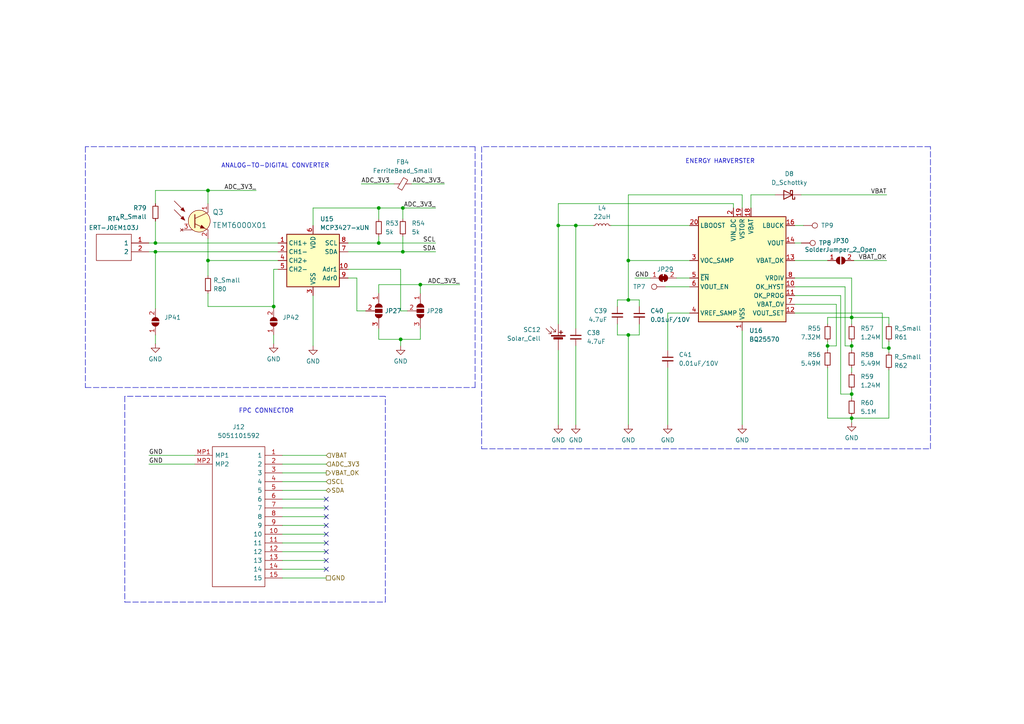
<source format=kicad_sch>
(kicad_sch (version 20211123) (generator eeschema)

  (uuid fd2b2e4c-a316-4614-b97d-2b91484ab665)

  (paper "A4")

  (title_block
    (title "FZSatellite")
    (date "2022-10-21")
    (rev "2")
    (company "Fiozera - fiozera.com.br")
    (comment 1 "https://github.com/fiozera/FZsatellite")
    (comment 2 "Licensed under CERN-OHL-S v2 or later")
  )

  (lib_symbols
    (symbol "Analog_ADC:MCP3427-xUN" (in_bom yes) (on_board yes)
      (property "Reference" "U" (id 0) (at -3.81 8.89 0)
        (effects (font (size 1.27 1.27)) (justify right))
      )
      (property "Value" "MCP3427-xUN" (id 1) (at 2.54 8.89 0)
        (effects (font (size 1.27 1.27)) (justify left))
      )
      (property "Footprint" "Package_SO:MSOP-10_3x3mm_P0.5mm" (id 2) (at 0 0 0)
        (effects (font (size 1.27 1.27)) hide)
      )
      (property "Datasheet" "http://ww1.microchip.com/downloads/en/DeviceDoc/22226a.pdf" (id 3) (at 0 0 0)
        (effects (font (size 1.27 1.27)) hide)
      )
      (property "ki_keywords" "adc 2ch 16bit i2c" (id 4) (at 0 0 0)
        (effects (font (size 1.27 1.27)) hide)
      )
      (property "ki_description" "16-Bit, Multi-Channel ΔΣ Analog-to-Digital Converter with I2C Interface and On-Board Reference, MSOP-10" (id 5) (at 0 0 0)
        (effects (font (size 1.27 1.27)) hide)
      )
      (property "ki_fp_filters" "MSOP*3x3mm*P0.5mm*" (id 6) (at 0 0 0)
        (effects (font (size 1.27 1.27)) hide)
      )
      (symbol "MCP3427-xUN_0_1"
        (rectangle (start -7.62 7.62) (end 7.62 -7.62)
          (stroke (width 0.254) (type default) (color 0 0 0 0))
          (fill (type background))
        )
      )
      (symbol "MCP3427-xUN_1_1"
        (pin input line (at -10.16 5.08 0) (length 2.54)
          (name "CH1+" (effects (font (size 1.27 1.27))))
          (number "1" (effects (font (size 1.27 1.27))))
        )
        (pin input line (at 10.16 -2.54 180) (length 2.54)
          (name "Adr1" (effects (font (size 1.27 1.27))))
          (number "10" (effects (font (size 1.27 1.27))))
        )
        (pin input line (at -10.16 2.54 0) (length 2.54)
          (name "CH1-" (effects (font (size 1.27 1.27))))
          (number "2" (effects (font (size 1.27 1.27))))
        )
        (pin power_in line (at 0 -10.16 90) (length 2.54)
          (name "VSS" (effects (font (size 1.27 1.27))))
          (number "3" (effects (font (size 1.27 1.27))))
        )
        (pin input line (at -10.16 0 0) (length 2.54)
          (name "CH2+" (effects (font (size 1.27 1.27))))
          (number "4" (effects (font (size 1.27 1.27))))
        )
        (pin input line (at -10.16 -2.54 0) (length 2.54)
          (name "CH2-" (effects (font (size 1.27 1.27))))
          (number "5" (effects (font (size 1.27 1.27))))
        )
        (pin power_in line (at 0 10.16 270) (length 2.54)
          (name "VDD" (effects (font (size 1.27 1.27))))
          (number "6" (effects (font (size 1.27 1.27))))
        )
        (pin bidirectional line (at 10.16 2.54 180) (length 2.54)
          (name "SDA" (effects (font (size 1.27 1.27))))
          (number "7" (effects (font (size 1.27 1.27))))
        )
        (pin input line (at 10.16 5.08 180) (length 2.54)
          (name "SCL" (effects (font (size 1.27 1.27))))
          (number "8" (effects (font (size 1.27 1.27))))
        )
        (pin input line (at 10.16 -5.08 180) (length 2.54)
          (name "Adr0" (effects (font (size 1.27 1.27))))
          (number "9" (effects (font (size 1.27 1.27))))
        )
      )
    )
    (symbol "Battery_Management:BQ25570" (in_bom yes) (on_board yes)
      (property "Reference" "U" (id 0) (at -12.7 16.51 0)
        (effects (font (size 1.27 1.27)))
      )
      (property "Value" "BQ25570" (id 1) (at 10.16 16.51 0)
        (effects (font (size 1.27 1.27)))
      )
      (property "Footprint" "Package_DFN_QFN:QFN-20-1EP_3.5x3.5mm_P0.5mm_EP2x2mm" (id 2) (at 0 -5.08 0)
        (effects (font (size 1.27 1.27)) hide)
      )
      (property "Datasheet" "http://www.ti.com/lit/ds/symlink/bq25570.pdf" (id 3) (at 10.16 30.48 0)
        (effects (font (size 1.27 1.27)) hide)
      )
      (property "ki_keywords" "harvester solar TEG charger li-on buck" (id 4) (at 0 0 0)
        (effects (font (size 1.27 1.27)) hide)
      )
      (property "ki_description" "Nano Power Boost Charger and Buck Converter for Energy Harvester Powered Applications, QFN-20" (id 5) (at 0 0 0)
        (effects (font (size 1.27 1.27)) hide)
      )
      (property "ki_fp_filters" "QFN*1EP*3.5x3.5mm*P0.5mm*" (id 6) (at 0 0 0)
        (effects (font (size 1.27 1.27)) hide)
      )
      (symbol "BQ25570_0_1"
        (rectangle (start -12.7 15.24) (end 12.7 -15.24)
          (stroke (width 0.254) (type default) (color 0 0 0 0))
          (fill (type background))
        )
      )
      (symbol "BQ25570_1_1"
        (pin power_in line (at 0 -17.78 90) (length 2.54)
          (name "VSS" (effects (font (size 1.27 1.27))))
          (number "1" (effects (font (size 1.27 1.27))))
        )
        (pin input line (at 15.24 -5.08 180) (length 2.54)
          (name "OK_HYST" (effects (font (size 1.27 1.27))))
          (number "10" (effects (font (size 1.27 1.27))))
        )
        (pin input line (at 15.24 -7.62 180) (length 2.54)
          (name "OK_PROG" (effects (font (size 1.27 1.27))))
          (number "11" (effects (font (size 1.27 1.27))))
        )
        (pin input line (at 15.24 -12.7 180) (length 2.54)
          (name "VOUT_SET" (effects (font (size 1.27 1.27))))
          (number "12" (effects (font (size 1.27 1.27))))
        )
        (pin output line (at 15.24 2.54 180) (length 2.54)
          (name "VBAT_OK" (effects (font (size 1.27 1.27))))
          (number "13" (effects (font (size 1.27 1.27))))
        )
        (pin input line (at 15.24 7.62 180) (length 2.54)
          (name "VOUT" (effects (font (size 1.27 1.27))))
          (number "14" (effects (font (size 1.27 1.27))))
        )
        (pin passive line (at 0 -17.78 90) (length 2.54) hide
          (name "VSS" (effects (font (size 1.27 1.27))))
          (number "15" (effects (font (size 1.27 1.27))))
        )
        (pin passive line (at 15.24 12.7 180) (length 2.54)
          (name "LBUCK" (effects (font (size 1.27 1.27))))
          (number "16" (effects (font (size 1.27 1.27))))
        )
        (pin passive line (at 0 -17.78 90) (length 2.54) hide
          (name "VSS" (effects (font (size 1.27 1.27))))
          (number "17" (effects (font (size 1.27 1.27))))
        )
        (pin power_in line (at 2.54 17.78 270) (length 2.54)
          (name "VBAT" (effects (font (size 1.27 1.27))))
          (number "18" (effects (font (size 1.27 1.27))))
        )
        (pin power_out line (at 0 17.78 270) (length 2.54)
          (name "VSTOR" (effects (font (size 1.27 1.27))))
          (number "19" (effects (font (size 1.27 1.27))))
        )
        (pin power_in line (at -2.54 17.78 270) (length 2.54)
          (name "VIN_DC" (effects (font (size 1.27 1.27))))
          (number "2" (effects (font (size 1.27 1.27))))
        )
        (pin passive line (at -15.24 12.7 0) (length 2.54)
          (name "LBOOST" (effects (font (size 1.27 1.27))))
          (number "20" (effects (font (size 1.27 1.27))))
        )
        (pin passive line (at 0 -17.78 90) (length 2.54) hide
          (name "VSS" (effects (font (size 1.27 1.27))))
          (number "21" (effects (font (size 1.27 1.27))))
        )
        (pin input line (at -15.24 2.54 0) (length 2.54)
          (name "VOC_SAMP" (effects (font (size 1.27 1.27))))
          (number "3" (effects (font (size 1.27 1.27))))
        )
        (pin passive line (at -15.24 -12.7 0) (length 2.54)
          (name "VREF_SAMP" (effects (font (size 1.27 1.27))))
          (number "4" (effects (font (size 1.27 1.27))))
        )
        (pin input line (at -15.24 -2.54 0) (length 2.54)
          (name "~{EN}" (effects (font (size 1.27 1.27))))
          (number "5" (effects (font (size 1.27 1.27))))
        )
        (pin input line (at -15.24 -5.08 0) (length 2.54)
          (name "VOUT_EN" (effects (font (size 1.27 1.27))))
          (number "6" (effects (font (size 1.27 1.27))))
        )
        (pin input line (at 15.24 -10.16 180) (length 2.54)
          (name "VBAT_OV" (effects (font (size 1.27 1.27))))
          (number "7" (effects (font (size 1.27 1.27))))
        )
        (pin output line (at 15.24 -2.54 180) (length 2.54)
          (name "VRDIV" (effects (font (size 1.27 1.27))))
          (number "8" (effects (font (size 1.27 1.27))))
        )
        (pin passive line (at 0 -17.78 90) (length 2.54) hide
          (name "VSS" (effects (font (size 1.27 1.27))))
          (number "9" (effects (font (size 1.27 1.27))))
        )
      )
    )
    (symbol "Connector:TestPoint" (pin_numbers hide) (pin_names (offset 0.762) hide) (in_bom yes) (on_board yes)
      (property "Reference" "TP" (id 0) (at 0 6.858 0)
        (effects (font (size 1.27 1.27)))
      )
      (property "Value" "TestPoint" (id 1) (at 0 5.08 0)
        (effects (font (size 1.27 1.27)))
      )
      (property "Footprint" "" (id 2) (at 5.08 0 0)
        (effects (font (size 1.27 1.27)) hide)
      )
      (property "Datasheet" "~" (id 3) (at 5.08 0 0)
        (effects (font (size 1.27 1.27)) hide)
      )
      (property "ki_keywords" "test point tp" (id 4) (at 0 0 0)
        (effects (font (size 1.27 1.27)) hide)
      )
      (property "ki_description" "test point" (id 5) (at 0 0 0)
        (effects (font (size 1.27 1.27)) hide)
      )
      (property "ki_fp_filters" "Pin* Test*" (id 6) (at 0 0 0)
        (effects (font (size 1.27 1.27)) hide)
      )
      (symbol "TestPoint_0_1"
        (circle (center 0 3.302) (radius 0.762)
          (stroke (width 0) (type default) (color 0 0 0 0))
          (fill (type none))
        )
      )
      (symbol "TestPoint_1_1"
        (pin passive line (at 0 0 90) (length 2.54)
          (name "1" (effects (font (size 1.27 1.27))))
          (number "1" (effects (font (size 1.27 1.27))))
        )
      )
    )
    (symbol "Device:C_Small" (pin_numbers hide) (pin_names (offset 0.254) hide) (in_bom yes) (on_board yes)
      (property "Reference" "C" (id 0) (at 0.254 1.778 0)
        (effects (font (size 1.27 1.27)) (justify left))
      )
      (property "Value" "C_Small" (id 1) (at 0.254 -2.032 0)
        (effects (font (size 1.27 1.27)) (justify left))
      )
      (property "Footprint" "" (id 2) (at 0 0 0)
        (effects (font (size 1.27 1.27)) hide)
      )
      (property "Datasheet" "~" (id 3) (at 0 0 0)
        (effects (font (size 1.27 1.27)) hide)
      )
      (property "ki_keywords" "capacitor cap" (id 4) (at 0 0 0)
        (effects (font (size 1.27 1.27)) hide)
      )
      (property "ki_description" "Unpolarized capacitor, small symbol" (id 5) (at 0 0 0)
        (effects (font (size 1.27 1.27)) hide)
      )
      (property "ki_fp_filters" "C_*" (id 6) (at 0 0 0)
        (effects (font (size 1.27 1.27)) hide)
      )
      (symbol "C_Small_0_1"
        (polyline
          (pts
            (xy -1.524 -0.508)
            (xy 1.524 -0.508)
          )
          (stroke (width 0.3302) (type default) (color 0 0 0 0))
          (fill (type none))
        )
        (polyline
          (pts
            (xy -1.524 0.508)
            (xy 1.524 0.508)
          )
          (stroke (width 0.3048) (type default) (color 0 0 0 0))
          (fill (type none))
        )
      )
      (symbol "C_Small_1_1"
        (pin passive line (at 0 2.54 270) (length 2.032)
          (name "~" (effects (font (size 1.27 1.27))))
          (number "1" (effects (font (size 1.27 1.27))))
        )
        (pin passive line (at 0 -2.54 90) (length 2.032)
          (name "~" (effects (font (size 1.27 1.27))))
          (number "2" (effects (font (size 1.27 1.27))))
        )
      )
    )
    (symbol "Device:D_Schottky" (pin_numbers hide) (pin_names (offset 1.016) hide) (in_bom yes) (on_board yes)
      (property "Reference" "D" (id 0) (at 0 2.54 0)
        (effects (font (size 1.27 1.27)))
      )
      (property "Value" "D_Schottky" (id 1) (at 0 -2.54 0)
        (effects (font (size 1.27 1.27)))
      )
      (property "Footprint" "" (id 2) (at 0 0 0)
        (effects (font (size 1.27 1.27)) hide)
      )
      (property "Datasheet" "~" (id 3) (at 0 0 0)
        (effects (font (size 1.27 1.27)) hide)
      )
      (property "ki_keywords" "diode Schottky" (id 4) (at 0 0 0)
        (effects (font (size 1.27 1.27)) hide)
      )
      (property "ki_description" "Schottky diode" (id 5) (at 0 0 0)
        (effects (font (size 1.27 1.27)) hide)
      )
      (property "ki_fp_filters" "TO-???* *_Diode_* *SingleDiode* D_*" (id 6) (at 0 0 0)
        (effects (font (size 1.27 1.27)) hide)
      )
      (symbol "D_Schottky_0_1"
        (polyline
          (pts
            (xy 1.27 0)
            (xy -1.27 0)
          )
          (stroke (width 0) (type default) (color 0 0 0 0))
          (fill (type none))
        )
        (polyline
          (pts
            (xy 1.27 1.27)
            (xy 1.27 -1.27)
            (xy -1.27 0)
            (xy 1.27 1.27)
          )
          (stroke (width 0.254) (type default) (color 0 0 0 0))
          (fill (type none))
        )
        (polyline
          (pts
            (xy -1.905 0.635)
            (xy -1.905 1.27)
            (xy -1.27 1.27)
            (xy -1.27 -1.27)
            (xy -0.635 -1.27)
            (xy -0.635 -0.635)
          )
          (stroke (width 0.254) (type default) (color 0 0 0 0))
          (fill (type none))
        )
      )
      (symbol "D_Schottky_1_1"
        (pin passive line (at -3.81 0 0) (length 2.54)
          (name "K" (effects (font (size 1.27 1.27))))
          (number "1" (effects (font (size 1.27 1.27))))
        )
        (pin passive line (at 3.81 0 180) (length 2.54)
          (name "A" (effects (font (size 1.27 1.27))))
          (number "2" (effects (font (size 1.27 1.27))))
        )
      )
    )
    (symbol "Device:FerriteBead_Small" (pin_numbers hide) (pin_names (offset 0)) (in_bom yes) (on_board yes)
      (property "Reference" "FB" (id 0) (at 1.905 1.27 0)
        (effects (font (size 1.27 1.27)) (justify left))
      )
      (property "Value" "FerriteBead_Small" (id 1) (at 1.905 -1.27 0)
        (effects (font (size 1.27 1.27)) (justify left))
      )
      (property "Footprint" "" (id 2) (at -1.778 0 90)
        (effects (font (size 1.27 1.27)) hide)
      )
      (property "Datasheet" "~" (id 3) (at 0 0 0)
        (effects (font (size 1.27 1.27)) hide)
      )
      (property "ki_keywords" "L ferrite bead inductor filter" (id 4) (at 0 0 0)
        (effects (font (size 1.27 1.27)) hide)
      )
      (property "ki_description" "Ferrite bead, small symbol" (id 5) (at 0 0 0)
        (effects (font (size 1.27 1.27)) hide)
      )
      (property "ki_fp_filters" "Inductor_* L_* *Ferrite*" (id 6) (at 0 0 0)
        (effects (font (size 1.27 1.27)) hide)
      )
      (symbol "FerriteBead_Small_0_1"
        (polyline
          (pts
            (xy 0 -1.27)
            (xy 0 -0.7874)
          )
          (stroke (width 0) (type default) (color 0 0 0 0))
          (fill (type none))
        )
        (polyline
          (pts
            (xy 0 0.889)
            (xy 0 1.2954)
          )
          (stroke (width 0) (type default) (color 0 0 0 0))
          (fill (type none))
        )
        (polyline
          (pts
            (xy -1.8288 0.2794)
            (xy -1.1176 1.4986)
            (xy 1.8288 -0.2032)
            (xy 1.1176 -1.4224)
            (xy -1.8288 0.2794)
          )
          (stroke (width 0) (type default) (color 0 0 0 0))
          (fill (type none))
        )
      )
      (symbol "FerriteBead_Small_1_1"
        (pin passive line (at 0 2.54 270) (length 1.27)
          (name "~" (effects (font (size 1.27 1.27))))
          (number "1" (effects (font (size 1.27 1.27))))
        )
        (pin passive line (at 0 -2.54 90) (length 1.27)
          (name "~" (effects (font (size 1.27 1.27))))
          (number "2" (effects (font (size 1.27 1.27))))
        )
      )
    )
    (symbol "Device:L_Small" (pin_numbers hide) (pin_names (offset 0.254) hide) (in_bom yes) (on_board yes)
      (property "Reference" "L" (id 0) (at 0.762 1.016 0)
        (effects (font (size 1.27 1.27)) (justify left))
      )
      (property "Value" "L_Small" (id 1) (at 0.762 -1.016 0)
        (effects (font (size 1.27 1.27)) (justify left))
      )
      (property "Footprint" "" (id 2) (at 0 0 0)
        (effects (font (size 1.27 1.27)) hide)
      )
      (property "Datasheet" "~" (id 3) (at 0 0 0)
        (effects (font (size 1.27 1.27)) hide)
      )
      (property "ki_keywords" "inductor choke coil reactor magnetic" (id 4) (at 0 0 0)
        (effects (font (size 1.27 1.27)) hide)
      )
      (property "ki_description" "Inductor, small symbol" (id 5) (at 0 0 0)
        (effects (font (size 1.27 1.27)) hide)
      )
      (property "ki_fp_filters" "Choke_* *Coil* Inductor_* L_*" (id 6) (at 0 0 0)
        (effects (font (size 1.27 1.27)) hide)
      )
      (symbol "L_Small_0_1"
        (arc (start 0 -2.032) (mid 0.508 -1.524) (end 0 -1.016)
          (stroke (width 0) (type default) (color 0 0 0 0))
          (fill (type none))
        )
        (arc (start 0 -1.016) (mid 0.508 -0.508) (end 0 0)
          (stroke (width 0) (type default) (color 0 0 0 0))
          (fill (type none))
        )
        (arc (start 0 0) (mid 0.508 0.508) (end 0 1.016)
          (stroke (width 0) (type default) (color 0 0 0 0))
          (fill (type none))
        )
        (arc (start 0 1.016) (mid 0.508 1.524) (end 0 2.032)
          (stroke (width 0) (type default) (color 0 0 0 0))
          (fill (type none))
        )
      )
      (symbol "L_Small_1_1"
        (pin passive line (at 0 2.54 270) (length 0.508)
          (name "~" (effects (font (size 1.27 1.27))))
          (number "1" (effects (font (size 1.27 1.27))))
        )
        (pin passive line (at 0 -2.54 90) (length 0.508)
          (name "~" (effects (font (size 1.27 1.27))))
          (number "2" (effects (font (size 1.27 1.27))))
        )
      )
    )
    (symbol "Device:R_Small" (pin_numbers hide) (pin_names (offset 0.254) hide) (in_bom yes) (on_board yes)
      (property "Reference" "R" (id 0) (at 0.762 0.508 0)
        (effects (font (size 1.27 1.27)) (justify left))
      )
      (property "Value" "R_Small" (id 1) (at 0.762 -1.016 0)
        (effects (font (size 1.27 1.27)) (justify left))
      )
      (property "Footprint" "" (id 2) (at 0 0 0)
        (effects (font (size 1.27 1.27)) hide)
      )
      (property "Datasheet" "~" (id 3) (at 0 0 0)
        (effects (font (size 1.27 1.27)) hide)
      )
      (property "ki_keywords" "R resistor" (id 4) (at 0 0 0)
        (effects (font (size 1.27 1.27)) hide)
      )
      (property "ki_description" "Resistor, small symbol" (id 5) (at 0 0 0)
        (effects (font (size 1.27 1.27)) hide)
      )
      (property "ki_fp_filters" "R_*" (id 6) (at 0 0 0)
        (effects (font (size 1.27 1.27)) hide)
      )
      (symbol "R_Small_0_1"
        (rectangle (start -0.762 1.778) (end 0.762 -1.778)
          (stroke (width 0.2032) (type default) (color 0 0 0 0))
          (fill (type none))
        )
      )
      (symbol "R_Small_1_1"
        (pin passive line (at 0 2.54 270) (length 0.762)
          (name "~" (effects (font (size 1.27 1.27))))
          (number "1" (effects (font (size 1.27 1.27))))
        )
        (pin passive line (at 0 -2.54 90) (length 0.762)
          (name "~" (effects (font (size 1.27 1.27))))
          (number "2" (effects (font (size 1.27 1.27))))
        )
      )
    )
    (symbol "Device:Solar_Cell" (pin_numbers hide) (pin_names (offset 0) hide) (in_bom yes) (on_board yes)
      (property "Reference" "SC" (id 0) (at 2.54 2.54 0)
        (effects (font (size 1.27 1.27)) (justify left))
      )
      (property "Value" "Solar_Cell" (id 1) (at 2.54 0 0)
        (effects (font (size 1.27 1.27)) (justify left))
      )
      (property "Footprint" "" (id 2) (at 0 1.524 90)
        (effects (font (size 1.27 1.27)) hide)
      )
      (property "Datasheet" "~" (id 3) (at 0 1.524 90)
        (effects (font (size 1.27 1.27)) hide)
      )
      (property "ki_keywords" "solar cell" (id 4) (at 0 0 0)
        (effects (font (size 1.27 1.27)) hide)
      )
      (property "ki_description" "Single solar cell" (id 5) (at 0 0 0)
        (effects (font (size 1.27 1.27)) hide)
      )
      (symbol "Solar_Cell_0_1"
        (rectangle (start -2.032 1.778) (end 2.032 1.524)
          (stroke (width 0) (type default) (color 0 0 0 0))
          (fill (type outline))
        )
        (rectangle (start -1.3208 1.1938) (end 1.27 0.6858)
          (stroke (width 0) (type default) (color 0 0 0 0))
          (fill (type outline))
        )
        (polyline
          (pts
            (xy -2.032 2.286)
            (xy -3.556 3.81)
          )
          (stroke (width 0) (type default) (color 0 0 0 0))
          (fill (type none))
        )
        (polyline
          (pts
            (xy -0.762 2.794)
            (xy -2.286 4.318)
          )
          (stroke (width 0) (type default) (color 0 0 0 0))
          (fill (type none))
        )
        (polyline
          (pts
            (xy 0 0.762)
            (xy 0 0)
          )
          (stroke (width 0) (type default) (color 0 0 0 0))
          (fill (type none))
        )
        (polyline
          (pts
            (xy 0 1.778)
            (xy 0 2.54)
          )
          (stroke (width 0) (type default) (color 0 0 0 0))
          (fill (type none))
        )
        (polyline
          (pts
            (xy 0.254 2.667)
            (xy 1.27 2.667)
          )
          (stroke (width 0.254) (type default) (color 0 0 0 0))
          (fill (type none))
        )
        (polyline
          (pts
            (xy 0.762 3.175)
            (xy 0.762 2.159)
          )
          (stroke (width 0.254) (type default) (color 0 0 0 0))
          (fill (type none))
        )
        (polyline
          (pts
            (xy -2.032 3.048)
            (xy -2.032 2.286)
            (xy -2.794 2.286)
          )
          (stroke (width 0) (type default) (color 0 0 0 0))
          (fill (type none))
        )
        (polyline
          (pts
            (xy -0.762 3.556)
            (xy -0.762 2.794)
            (xy -1.524 2.794)
          )
          (stroke (width 0) (type default) (color 0 0 0 0))
          (fill (type none))
        )
      )
      (symbol "Solar_Cell_1_1"
        (pin passive line (at 0 5.08 270) (length 2.54)
          (name "+" (effects (font (size 1.27 1.27))))
          (number "1" (effects (font (size 1.27 1.27))))
        )
        (pin passive line (at 0 -2.54 90) (length 2.54)
          (name "-" (effects (font (size 1.27 1.27))))
          (number "2" (effects (font (size 1.27 1.27))))
        )
      )
    )
    (symbol "Jumper:SolderJumper_2_Bridged" (pin_names (offset 0) hide) (in_bom yes) (on_board yes)
      (property "Reference" "JP" (id 0) (at 0 2.032 0)
        (effects (font (size 1.27 1.27)))
      )
      (property "Value" "SolderJumper_2_Bridged" (id 1) (at 0 -2.54 0)
        (effects (font (size 1.27 1.27)))
      )
      (property "Footprint" "" (id 2) (at 0 0 0)
        (effects (font (size 1.27 1.27)) hide)
      )
      (property "Datasheet" "~" (id 3) (at 0 0 0)
        (effects (font (size 1.27 1.27)) hide)
      )
      (property "ki_keywords" "solder jumper SPST" (id 4) (at 0 0 0)
        (effects (font (size 1.27 1.27)) hide)
      )
      (property "ki_description" "Solder Jumper, 2-pole, closed/bridged" (id 5) (at 0 0 0)
        (effects (font (size 1.27 1.27)) hide)
      )
      (property "ki_fp_filters" "SolderJumper*Bridged*" (id 6) (at 0 0 0)
        (effects (font (size 1.27 1.27)) hide)
      )
      (symbol "SolderJumper_2_Bridged_0_1"
        (rectangle (start -0.508 0.508) (end 0.508 -0.508)
          (stroke (width 0) (type default) (color 0 0 0 0))
          (fill (type outline))
        )
        (arc (start -0.254 1.016) (mid -1.27 0) (end -0.254 -1.016)
          (stroke (width 0) (type default) (color 0 0 0 0))
          (fill (type none))
        )
        (arc (start -0.254 1.016) (mid -1.27 0) (end -0.254 -1.016)
          (stroke (width 0) (type default) (color 0 0 0 0))
          (fill (type outline))
        )
        (polyline
          (pts
            (xy -0.254 1.016)
            (xy -0.254 -1.016)
          )
          (stroke (width 0) (type default) (color 0 0 0 0))
          (fill (type none))
        )
        (polyline
          (pts
            (xy 0.254 1.016)
            (xy 0.254 -1.016)
          )
          (stroke (width 0) (type default) (color 0 0 0 0))
          (fill (type none))
        )
        (arc (start 0.254 -1.016) (mid 1.27 0) (end 0.254 1.016)
          (stroke (width 0) (type default) (color 0 0 0 0))
          (fill (type none))
        )
        (arc (start 0.254 -1.016) (mid 1.27 0) (end 0.254 1.016)
          (stroke (width 0) (type default) (color 0 0 0 0))
          (fill (type outline))
        )
      )
      (symbol "SolderJumper_2_Bridged_1_1"
        (pin passive line (at -3.81 0 0) (length 2.54)
          (name "A" (effects (font (size 1.27 1.27))))
          (number "1" (effects (font (size 1.27 1.27))))
        )
        (pin passive line (at 3.81 0 180) (length 2.54)
          (name "B" (effects (font (size 1.27 1.27))))
          (number "2" (effects (font (size 1.27 1.27))))
        )
      )
    )
    (symbol "Jumper:SolderJumper_2_Open" (pin_names (offset 0) hide) (in_bom yes) (on_board yes)
      (property "Reference" "JP" (id 0) (at 0 2.032 0)
        (effects (font (size 1.27 1.27)))
      )
      (property "Value" "SolderJumper_2_Open" (id 1) (at 0 -2.54 0)
        (effects (font (size 1.27 1.27)))
      )
      (property "Footprint" "" (id 2) (at 0 0 0)
        (effects (font (size 1.27 1.27)) hide)
      )
      (property "Datasheet" "~" (id 3) (at 0 0 0)
        (effects (font (size 1.27 1.27)) hide)
      )
      (property "ki_keywords" "solder jumper SPST" (id 4) (at 0 0 0)
        (effects (font (size 1.27 1.27)) hide)
      )
      (property "ki_description" "Solder Jumper, 2-pole, open" (id 5) (at 0 0 0)
        (effects (font (size 1.27 1.27)) hide)
      )
      (property "ki_fp_filters" "SolderJumper*Open*" (id 6) (at 0 0 0)
        (effects (font (size 1.27 1.27)) hide)
      )
      (symbol "SolderJumper_2_Open_0_1"
        (arc (start -0.254 1.016) (mid -1.27 0) (end -0.254 -1.016)
          (stroke (width 0) (type default) (color 0 0 0 0))
          (fill (type none))
        )
        (arc (start -0.254 1.016) (mid -1.27 0) (end -0.254 -1.016)
          (stroke (width 0) (type default) (color 0 0 0 0))
          (fill (type outline))
        )
        (polyline
          (pts
            (xy -0.254 1.016)
            (xy -0.254 -1.016)
          )
          (stroke (width 0) (type default) (color 0 0 0 0))
          (fill (type none))
        )
        (polyline
          (pts
            (xy 0.254 1.016)
            (xy 0.254 -1.016)
          )
          (stroke (width 0) (type default) (color 0 0 0 0))
          (fill (type none))
        )
        (arc (start 0.254 -1.016) (mid 1.27 0) (end 0.254 1.016)
          (stroke (width 0) (type default) (color 0 0 0 0))
          (fill (type none))
        )
        (arc (start 0.254 -1.016) (mid 1.27 0) (end 0.254 1.016)
          (stroke (width 0) (type default) (color 0 0 0 0))
          (fill (type outline))
        )
      )
      (symbol "SolderJumper_2_Open_1_1"
        (pin passive line (at -3.81 0 0) (length 2.54)
          (name "A" (effects (font (size 1.27 1.27))))
          (number "1" (effects (font (size 1.27 1.27))))
        )
        (pin passive line (at 3.81 0 180) (length 2.54)
          (name "B" (effects (font (size 1.27 1.27))))
          (number "2" (effects (font (size 1.27 1.27))))
        )
      )
    )
    (symbol "Jumper:SolderJumper_3_Open" (pin_names (offset 0) hide) (in_bom yes) (on_board yes)
      (property "Reference" "JP" (id 0) (at -2.54 -2.54 0)
        (effects (font (size 1.27 1.27)))
      )
      (property "Value" "SolderJumper_3_Open" (id 1) (at 0 2.794 0)
        (effects (font (size 1.27 1.27)))
      )
      (property "Footprint" "" (id 2) (at 0 0 0)
        (effects (font (size 1.27 1.27)) hide)
      )
      (property "Datasheet" "~" (id 3) (at 0 0 0)
        (effects (font (size 1.27 1.27)) hide)
      )
      (property "ki_keywords" "Solder Jumper SPDT" (id 4) (at 0 0 0)
        (effects (font (size 1.27 1.27)) hide)
      )
      (property "ki_description" "Solder Jumper, 3-pole, open" (id 5) (at 0 0 0)
        (effects (font (size 1.27 1.27)) hide)
      )
      (property "ki_fp_filters" "SolderJumper*Open*" (id 6) (at 0 0 0)
        (effects (font (size 1.27 1.27)) hide)
      )
      (symbol "SolderJumper_3_Open_0_1"
        (arc (start -1.016 1.016) (mid -2.032 0) (end -1.016 -1.016)
          (stroke (width 0) (type default) (color 0 0 0 0))
          (fill (type none))
        )
        (arc (start -1.016 1.016) (mid -2.032 0) (end -1.016 -1.016)
          (stroke (width 0) (type default) (color 0 0 0 0))
          (fill (type outline))
        )
        (rectangle (start -0.508 1.016) (end 0.508 -1.016)
          (stroke (width 0) (type default) (color 0 0 0 0))
          (fill (type outline))
        )
        (polyline
          (pts
            (xy -2.54 0)
            (xy -2.032 0)
          )
          (stroke (width 0) (type default) (color 0 0 0 0))
          (fill (type none))
        )
        (polyline
          (pts
            (xy -1.016 1.016)
            (xy -1.016 -1.016)
          )
          (stroke (width 0) (type default) (color 0 0 0 0))
          (fill (type none))
        )
        (polyline
          (pts
            (xy 0 -1.27)
            (xy 0 -1.016)
          )
          (stroke (width 0) (type default) (color 0 0 0 0))
          (fill (type none))
        )
        (polyline
          (pts
            (xy 1.016 1.016)
            (xy 1.016 -1.016)
          )
          (stroke (width 0) (type default) (color 0 0 0 0))
          (fill (type none))
        )
        (polyline
          (pts
            (xy 2.54 0)
            (xy 2.032 0)
          )
          (stroke (width 0) (type default) (color 0 0 0 0))
          (fill (type none))
        )
        (arc (start 1.016 -1.016) (mid 2.032 0) (end 1.016 1.016)
          (stroke (width 0) (type default) (color 0 0 0 0))
          (fill (type none))
        )
        (arc (start 1.016 -1.016) (mid 2.032 0) (end 1.016 1.016)
          (stroke (width 0) (type default) (color 0 0 0 0))
          (fill (type outline))
        )
      )
      (symbol "SolderJumper_3_Open_1_1"
        (pin passive line (at -5.08 0 0) (length 2.54)
          (name "A" (effects (font (size 1.27 1.27))))
          (number "1" (effects (font (size 1.27 1.27))))
        )
        (pin input line (at 0 -3.81 90) (length 2.54)
          (name "C" (effects (font (size 1.27 1.27))))
          (number "2" (effects (font (size 1.27 1.27))))
        )
        (pin passive line (at 5.08 0 180) (length 2.54)
          (name "B" (effects (font (size 1.27 1.27))))
          (number "3" (effects (font (size 1.27 1.27))))
        )
      )
    )
    (symbol "SamacSys_Parts:5051101592" (pin_names (offset 0.762)) (in_bom yes) (on_board yes)
      (property "Reference" "J" (id 0) (at 21.59 7.62 0)
        (effects (font (size 1.27 1.27)) (justify left))
      )
      (property "Value" "5051101592" (id 1) (at 21.59 5.08 0)
        (effects (font (size 1.27 1.27)) (justify left))
      )
      (property "Footprint" "5051101592" (id 2) (at 21.59 2.54 0)
        (effects (font (size 1.27 1.27)) (justify left) hide)
      )
      (property "Datasheet" "https://www.arrow.com/en/products/505110-1592/molex" (id 3) (at 21.59 0 0)
        (effects (font (size 1.27 1.27)) (justify left) hide)
      )
      (property "Description" "Easy-On FFC/FPC Connector, 0.50mm Pitch, FD19 Series, Right-Angle, Bottom Contact, 1.90mm Height,  Circuits, Gold over Nickel Plating" (id 4) (at 21.59 -2.54 0)
        (effects (font (size 1.27 1.27)) (justify left) hide)
      )
      (property "Height" "2.1" (id 5) (at 21.59 -5.08 0)
        (effects (font (size 1.27 1.27)) (justify left) hide)
      )
      (property "Manufacturer_Name" "Molex" (id 6) (at 21.59 -7.62 0)
        (effects (font (size 1.27 1.27)) (justify left) hide)
      )
      (property "Manufacturer_Part_Number" "5051101592" (id 7) (at 21.59 -10.16 0)
        (effects (font (size 1.27 1.27)) (justify left) hide)
      )
      (property "Mouser Part Number" "" (id 8) (at 21.59 -12.7 0)
        (effects (font (size 1.27 1.27)) (justify left) hide)
      )
      (property "Mouser Price/Stock" "" (id 9) (at 21.59 -15.24 0)
        (effects (font (size 1.27 1.27)) (justify left) hide)
      )
      (property "Arrow Part Number" "5051101592" (id 10) (at 21.59 -17.78 0)
        (effects (font (size 1.27 1.27)) (justify left) hide)
      )
      (property "Arrow Price/Stock" "https://www.arrow.com/en/products/505110-1592/molex?region=nac" (id 11) (at 21.59 -20.32 0)
        (effects (font (size 1.27 1.27)) (justify left) hide)
      )
      (property "ki_description" "Easy-On FFC/FPC Connector, 0.50mm Pitch, FD19 Series, Right-Angle, Bottom Contact, 1.90mm Height,  Circuits, Gold over Nickel Plating" (id 12) (at 0 0 0)
        (effects (font (size 1.27 1.27)) hide)
      )
      (symbol "5051101592_0_0"
        (pin passive line (at 25.4 0 180) (length 5.08)
          (name "1" (effects (font (size 1.27 1.27))))
          (number "1" (effects (font (size 1.27 1.27))))
        )
        (pin passive line (at 25.4 -22.86 180) (length 5.08)
          (name "10" (effects (font (size 1.27 1.27))))
          (number "10" (effects (font (size 1.27 1.27))))
        )
        (pin passive line (at 25.4 -25.4 180) (length 5.08)
          (name "11" (effects (font (size 1.27 1.27))))
          (number "11" (effects (font (size 1.27 1.27))))
        )
        (pin passive line (at 25.4 -27.94 180) (length 5.08)
          (name "12" (effects (font (size 1.27 1.27))))
          (number "12" (effects (font (size 1.27 1.27))))
        )
        (pin passive line (at 25.4 -30.48 180) (length 5.08)
          (name "13" (effects (font (size 1.27 1.27))))
          (number "13" (effects (font (size 1.27 1.27))))
        )
        (pin passive line (at 25.4 -33.02 180) (length 5.08)
          (name "14" (effects (font (size 1.27 1.27))))
          (number "14" (effects (font (size 1.27 1.27))))
        )
        (pin passive line (at 25.4 -35.56 180) (length 5.08)
          (name "15" (effects (font (size 1.27 1.27))))
          (number "15" (effects (font (size 1.27 1.27))))
        )
        (pin passive line (at 25.4 -2.54 180) (length 5.08)
          (name "2" (effects (font (size 1.27 1.27))))
          (number "2" (effects (font (size 1.27 1.27))))
        )
        (pin passive line (at 25.4 -5.08 180) (length 5.08)
          (name "3" (effects (font (size 1.27 1.27))))
          (number "3" (effects (font (size 1.27 1.27))))
        )
        (pin passive line (at 25.4 -7.62 180) (length 5.08)
          (name "4" (effects (font (size 1.27 1.27))))
          (number "4" (effects (font (size 1.27 1.27))))
        )
        (pin passive line (at 25.4 -10.16 180) (length 5.08)
          (name "5" (effects (font (size 1.27 1.27))))
          (number "5" (effects (font (size 1.27 1.27))))
        )
        (pin passive line (at 25.4 -12.7 180) (length 5.08)
          (name "6" (effects (font (size 1.27 1.27))))
          (number "6" (effects (font (size 1.27 1.27))))
        )
        (pin passive line (at 25.4 -15.24 180) (length 5.08)
          (name "7" (effects (font (size 1.27 1.27))))
          (number "7" (effects (font (size 1.27 1.27))))
        )
        (pin passive line (at 25.4 -17.78 180) (length 5.08)
          (name "8" (effects (font (size 1.27 1.27))))
          (number "8" (effects (font (size 1.27 1.27))))
        )
        (pin passive line (at 25.4 -20.32 180) (length 5.08)
          (name "9" (effects (font (size 1.27 1.27))))
          (number "9" (effects (font (size 1.27 1.27))))
        )
        (pin passive line (at 0 0 0) (length 5.08)
          (name "MP1" (effects (font (size 1.27 1.27))))
          (number "MP1" (effects (font (size 1.27 1.27))))
        )
        (pin passive line (at 0 -2.54 0) (length 5.08)
          (name "MP2" (effects (font (size 1.27 1.27))))
          (number "MP2" (effects (font (size 1.27 1.27))))
        )
      )
      (symbol "5051101592_0_1"
        (polyline
          (pts
            (xy 5.08 2.54)
            (xy 20.32 2.54)
            (xy 20.32 -38.1)
            (xy 5.08 -38.1)
            (xy 5.08 2.54)
          )
          (stroke (width 0.1524) (type default) (color 0 0 0 0))
          (fill (type none))
        )
      )
    )
    (symbol "SamacSys_Parts:ERT-J0EM103J" (pin_names (offset 0.762)) (in_bom yes) (on_board yes)
      (property "Reference" "RT" (id 0) (at 16.51 7.62 0)
        (effects (font (size 1.27 1.27)) (justify left))
      )
      (property "Value" "ERT-J0EM103J" (id 1) (at 16.51 5.08 0)
        (effects (font (size 1.27 1.27)) (justify left))
      )
      (property "Footprint" "THRMC1005X55N" (id 2) (at 16.51 2.54 0)
        (effects (font (size 1.27 1.27)) (justify left) hide)
      )
      (property "Datasheet" "https://componentsearchengine.com/Datasheets/1/ERT-J0EM103J.pdf" (id 3) (at 16.51 0 0)
        (effects (font (size 1.27 1.27)) (justify left) hide)
      )
      (property "Description" "PANASONIC ELECTRONIC COMPONENTS - ERT-J0EM103J - THERMISTOR, NTC, 10KOHM, 5%, SMD" (id 4) (at 16.51 -2.54 0)
        (effects (font (size 1.27 1.27)) (justify left) hide)
      )
      (property "Height" "0.55" (id 5) (at 16.51 -5.08 0)
        (effects (font (size 1.27 1.27)) (justify left) hide)
      )
      (property "Mouser Part Number" "667-ERT-J0EM103J" (id 6) (at 16.51 -7.62 0)
        (effects (font (size 1.27 1.27)) (justify left) hide)
      )
      (property "Mouser Price/Stock" "https://www.mouser.com/Search/Refine.aspx?Keyword=667-ERT-J0EM103J" (id 7) (at 16.51 -10.16 0)
        (effects (font (size 1.27 1.27)) (justify left) hide)
      )
      (property "Manufacturer_Name" "Panasonic" (id 8) (at 16.51 -12.7 0)
        (effects (font (size 1.27 1.27)) (justify left) hide)
      )
      (property "Manufacturer_Part_Number" "ERT-J0EM103J" (id 9) (at 16.51 -15.24 0)
        (effects (font (size 1.27 1.27)) (justify left) hide)
      )
      (property "ki_description" "PANASONIC ELECTRONIC COMPONENTS - ERT-J0EM103J - THERMISTOR, NTC, 10KOHM, 5%, SMD" (id 10) (at 0 0 0)
        (effects (font (size 1.27 1.27)) hide)
      )
      (symbol "ERT-J0EM103J_0_0"
        (pin passive line (at 0 0 0) (length 5.08)
          (name "1" (effects (font (size 1.27 1.27))))
          (number "1" (effects (font (size 1.27 1.27))))
        )
        (pin passive line (at 0 -2.54 0) (length 5.08)
          (name "2" (effects (font (size 1.27 1.27))))
          (number "2" (effects (font (size 1.27 1.27))))
        )
      )
      (symbol "ERT-J0EM103J_0_1"
        (polyline
          (pts
            (xy 5.08 2.54)
            (xy 15.24 2.54)
            (xy 15.24 -5.08)
            (xy 5.08 -5.08)
            (xy 5.08 2.54)
          )
          (stroke (width 0.1524) (type default) (color 0 0 0 0))
          (fill (type none))
        )
      )
    )
    (symbol "dk_Optical-Sensors-Phototransistors:TEMT6000X01" (pin_names (offset 0) hide) (in_bom yes) (on_board yes)
      (property "Reference" "Q" (id 0) (at -1.27 5.08 0)
        (effects (font (size 1.524 1.524)))
      )
      (property "Value" "TEMT6000X01" (id 1) (at 6.35 0 90)
        (effects (font (size 1.524 1.524)))
      )
      (property "Footprint" "digikey-footprints:Phototransistor_SMD_4x2mm_TEMT6000X01" (id 2) (at 5.08 5.08 0)
        (effects (font (size 1.524 1.524)) (justify left) hide)
      )
      (property "Datasheet" "http://www.vishay.com/docs/81579/temt6000.pdf" (id 3) (at 5.08 7.62 0)
        (effects (font (size 1.524 1.524)) (justify left) hide)
      )
      (property "Digi-Key_PN" "751-1055-1-ND" (id 4) (at 5.08 10.16 0)
        (effects (font (size 1.524 1.524)) (justify left) hide)
      )
      (property "MPN" "TEMT6000X01" (id 5) (at 5.08 12.7 0)
        (effects (font (size 1.524 1.524)) (justify left) hide)
      )
      (property "Category" "Sensors, Transducers" (id 6) (at 5.08 15.24 0)
        (effects (font (size 1.524 1.524)) (justify left) hide)
      )
      (property "Family" "Optical Sensors - Phototransistors" (id 7) (at 5.08 17.78 0)
        (effects (font (size 1.524 1.524)) (justify left) hide)
      )
      (property "DK_Datasheet_Link" "http://www.vishay.com/docs/81579/temt6000.pdf" (id 8) (at 5.08 20.32 0)
        (effects (font (size 1.524 1.524)) (justify left) hide)
      )
      (property "DK_Detail_Page" "/product-detail/en/vishay-semiconductor-opto-division/TEMT6000X01/751-1055-1-ND/1681410" (id 9) (at 5.08 22.86 0)
        (effects (font (size 1.524 1.524)) (justify left) hide)
      )
      (property "Description" "SENSOR PHOTO 570NM TOP VIEW 1206" (id 10) (at 5.08 25.4 0)
        (effects (font (size 1.524 1.524)) (justify left) hide)
      )
      (property "Manufacturer" "Vishay Semiconductor Opto Division" (id 11) (at 5.08 27.94 0)
        (effects (font (size 1.524 1.524)) (justify left) hide)
      )
      (property "Status" "Active" (id 12) (at 5.08 30.48 0)
        (effects (font (size 1.524 1.524)) (justify left) hide)
      )
      (property "ki_keywords" "751-1055-1-ND Automotive, AEC-Q101" (id 13) (at 0 0 0)
        (effects (font (size 1.27 1.27)) hide)
      )
      (property "ki_description" "SENSOR PHOTO 570NM TOP VIEW 1206" (id 14) (at 0 0 0)
        (effects (font (size 1.27 1.27)) hide)
      )
      (symbol "TEMT6000X01_0_1"
        (polyline
          (pts
            (xy -7.239 3.302)
            (xy -4.953 1.016)
          )
          (stroke (width 0) (type default) (color 0 0 0 0))
          (fill (type none))
        )
        (polyline
          (pts
            (xy -7.239 5.842)
            (xy -4.953 3.556)
          )
          (stroke (width 0) (type default) (color 0 0 0 0))
          (fill (type none))
        )
        (polyline
          (pts
            (xy -2.54 -2.54)
            (xy -1.905 -2.54)
          )
          (stroke (width 0) (type default) (color 0 0 0 0))
          (fill (type none))
        )
        (polyline
          (pts
            (xy -1.27 -1.905)
            (xy -1.27 1.905)
          )
          (stroke (width 0.254) (type default) (color 0 0 0 0))
          (fill (type none))
        )
        (polyline
          (pts
            (xy -1.27 -0.762)
            (xy 2.54 -2.54)
          )
          (stroke (width 0) (type default) (color 0 0 0 0))
          (fill (type none))
        )
        (polyline
          (pts
            (xy -1.27 0.762)
            (xy 2.54 2.54)
          )
          (stroke (width 0) (type default) (color 0 0 0 0))
          (fill (type none))
        )
        (polyline
          (pts
            (xy -4.191 0.254)
            (xy -5.334 0.762)
            (xy -4.699 1.397)
            (xy -4.191 0.254)
          )
          (stroke (width 0) (type default) (color 0 0 0 0))
          (fill (type outline))
        )
        (polyline
          (pts
            (xy -4.191 2.794)
            (xy -5.334 3.302)
            (xy -4.699 3.937)
            (xy -4.191 2.794)
          )
          (stroke (width 0) (type default) (color 0 0 0 0))
          (fill (type outline))
        )
        (polyline
          (pts
            (xy 1.524 -2.032)
            (xy 0.3048 -2.032)
            (xy 0.6604 -1.1684)
            (xy 1.524 -2.032)
          )
          (stroke (width 0) (type default) (color 0 0 0 0))
          (fill (type outline))
        )
        (circle (center 0 0) (radius 3.175)
          (stroke (width 0) (type default) (color 0 0 0 0))
          (fill (type background))
        )
      )
      (symbol "TEMT6000X01_1_1"
        (pin passive line (at 2.54 5.08 270) (length 2.54)
          (name "C" (effects (font (size 1.27 1.27))))
          (number "1" (effects (font (size 1.27 1.27))))
        )
        (pin passive line (at 2.54 -5.08 90) (length 2.54)
          (name "E" (effects (font (size 1.27 1.27))))
          (number "2" (effects (font (size 1.27 1.27))))
        )
        (pin no_connect line (at -5.08 -2.54 0) (length 2.54)
          (name "NC" (effects (font (size 1.27 1.27))))
          (number "3" (effects (font (size 1.27 1.27))))
        )
      )
    )
    (symbol "power:GND" (power) (pin_names (offset 0)) (in_bom yes) (on_board yes)
      (property "Reference" "#PWR" (id 0) (at 0 -6.35 0)
        (effects (font (size 1.27 1.27)) hide)
      )
      (property "Value" "GND" (id 1) (at 0 -3.81 0)
        (effects (font (size 1.27 1.27)))
      )
      (property "Footprint" "" (id 2) (at 0 0 0)
        (effects (font (size 1.27 1.27)) hide)
      )
      (property "Datasheet" "" (id 3) (at 0 0 0)
        (effects (font (size 1.27 1.27)) hide)
      )
      (property "ki_keywords" "power-flag" (id 4) (at 0 0 0)
        (effects (font (size 1.27 1.27)) hide)
      )
      (property "ki_description" "Power symbol creates a global label with name \"GND\" , ground" (id 5) (at 0 0 0)
        (effects (font (size 1.27 1.27)) hide)
      )
      (symbol "GND_0_1"
        (polyline
          (pts
            (xy 0 0)
            (xy 0 -1.27)
            (xy 1.27 -1.27)
            (xy 0 -2.54)
            (xy -1.27 -1.27)
            (xy 0 -1.27)
          )
          (stroke (width 0) (type default) (color 0 0 0 0))
          (fill (type none))
        )
      )
      (symbol "GND_1_1"
        (pin power_in line (at 0 0 270) (length 0) hide
          (name "GND" (effects (font (size 1.27 1.27))))
          (number "1" (effects (font (size 1.27 1.27))))
        )
      )
    )
  )

  (junction (at 167.005 65.405) (diameter 0) (color 0 0 0 0)
    (uuid 101703ef-618e-469d-bbbc-c574ebabc65a)
  )
  (junction (at 247.015 100.33) (diameter 0) (color 0 0 0 0)
    (uuid 120721f8-95e4-4757-b0e2-31c9a0a009f6)
  )
  (junction (at 109.855 60.325) (diameter 0) (color 0 0 0 0)
    (uuid 19f51f59-d314-4718-8d39-7fd808c933b7)
  )
  (junction (at 240.03 100.33) (diameter 0) (color 0 0 0 0)
    (uuid 22f92408-18e2-455f-9a16-2c20422493f9)
  )
  (junction (at 79.375 88.9) (diameter 0) (color 0 0 0 0)
    (uuid 4318144e-53df-4851-8c09-88387ee94d2d)
  )
  (junction (at 247.015 121.285) (diameter 0) (color 0 0 0 0)
    (uuid 7004e39e-db3e-43f0-a545-b2dc7c90e234)
  )
  (junction (at 182.245 86.995) (diameter 0) (color 0 0 0 0)
    (uuid 7b087f3f-3061-4ad1-8cff-198832d657a9)
  )
  (junction (at 247.015 114.3) (diameter 0) (color 0 0 0 0)
    (uuid 88bf99c8-74f2-46e0-bc00-f3650f87f87e)
  )
  (junction (at 116.84 73.025) (diameter 0) (color 0 0 0 0)
    (uuid 8b6b7ce1-0a11-49c4-8a8d-515b73c93e2e)
  )
  (junction (at 60.325 75.565) (diameter 0) (color 0 0 0 0)
    (uuid 930e7044-e1f7-4d67-98a0-9541b68d6e99)
  )
  (junction (at 116.205 98.425) (diameter 0) (color 0 0 0 0)
    (uuid 9e122c35-6b70-4b7f-b1ff-72cc05daf4bc)
  )
  (junction (at 182.245 97.155) (diameter 0) (color 0 0 0 0)
    (uuid 9febcf33-4f12-4836-97c8-f3e99b649836)
  )
  (junction (at 109.855 70.485) (diameter 0) (color 0 0 0 0)
    (uuid a28bec7c-7b28-4ca3-89ee-1fb0e4d260a8)
  )
  (junction (at 45.085 73.025) (diameter 0) (color 0 0 0 0)
    (uuid b7771edd-bf50-41e5-9d71-122736bc86ec)
  )
  (junction (at 60.325 55.245) (diameter 0) (color 0 0 0 0)
    (uuid b8826716-8b15-499e-9c14-290d2417a328)
  )
  (junction (at 161.925 65.405) (diameter 0) (color 0 0 0 0)
    (uuid c5d9192c-59b9-481b-8a16-23d180b8622d)
  )
  (junction (at 257.81 100.965) (diameter 0) (color 0 0 0 0)
    (uuid c960c272-a934-4f19-8c8b-c94209d20ddf)
  )
  (junction (at 116.84 60.325) (diameter 0) (color 0 0 0 0)
    (uuid df4b5565-d629-4b02-a268-f9a368bd25cd)
  )
  (junction (at 247.015 92.075) (diameter 0) (color 0 0 0 0)
    (uuid e1856e5f-f77d-4977-be74-15d81574b9b8)
  )
  (junction (at 121.92 82.55) (diameter 0) (color 0 0 0 0)
    (uuid e7507ede-421c-445c-85d7-4d1c676ce435)
  )
  (junction (at 45.085 70.485) (diameter 0) (color 0 0 0 0)
    (uuid ebda22e7-8cae-4ea5-937e-6bd236123b77)
  )
  (junction (at 182.245 75.565) (diameter 0) (color 0 0 0 0)
    (uuid ffca4e29-085f-4f49-a140-83a25a6d9307)
  )

  (no_connect (at 94.615 157.48) (uuid 06ca9135-c963-4de9-a8e6-40f4c3156590))
  (no_connect (at 94.615 154.94) (uuid 36566a6b-6dbd-4a3b-926c-96c2373fbf37))
  (no_connect (at 94.615 147.32) (uuid 3cd8eadc-5b22-451c-87e1-cb49c6d1e21d))
  (no_connect (at 94.615 162.56) (uuid 5b00d4c5-ced0-4228-b8c3-cec61d89ec08))
  (no_connect (at 94.615 165.1) (uuid 6bc132fc-52ab-4fbb-a7aa-0f8ca07efff7))
  (no_connect (at 94.615 160.02) (uuid 9dc680c2-b459-4fed-93a0-002d43bd4344))
  (no_connect (at 94.615 149.86) (uuid a8e04b88-1d30-4359-863f-ff0e24a02847))
  (no_connect (at 94.615 144.78) (uuid c2a73e03-230c-433c-aa10-48b38a22eb64))
  (no_connect (at 94.615 152.4) (uuid e4ee123c-7e1d-4d56-8b68-75314745a4b1))

  (wire (pts (xy 81.915 147.32) (xy 94.615 147.32))
    (stroke (width 0) (type default) (color 0 0 0 0))
    (uuid 07e2ae35-80a2-4390-b1d4-6d6194414039)
  )
  (wire (pts (xy 193.675 106.68) (xy 193.675 123.19))
    (stroke (width 0) (type default) (color 0 0 0 0))
    (uuid 08f01c8b-da5f-4a4e-8417-8ac30a5fa9d9)
  )
  (polyline (pts (xy 137.795 112.395) (xy 137.795 42.545))
    (stroke (width 0) (type default) (color 0 0 0 0))
    (uuid 0d3b8652-be30-47a4-a57f-181debe24b63)
  )
  (polyline (pts (xy 36.195 114.935) (xy 36.195 174.625))
    (stroke (width 0) (type default) (color 0 0 0 0))
    (uuid 0dda4c1b-2ee1-4266-b7eb-50b00ecce4e4)
  )

  (wire (pts (xy 247.015 106.68) (xy 247.015 107.95))
    (stroke (width 0) (type default) (color 0 0 0 0))
    (uuid 0df685a3-1377-47f5-ae0e-d315f414f1b3)
  )
  (wire (pts (xy 81.915 154.94) (xy 94.615 154.94))
    (stroke (width 0) (type default) (color 0 0 0 0))
    (uuid 0df93fd5-4c30-4c76-95b2-7da7477d99cc)
  )
  (wire (pts (xy 60.325 55.245) (xy 74.295 55.245))
    (stroke (width 0) (type default) (color 0 0 0 0))
    (uuid 0e4f2433-f41d-4831-b37b-06a66c19034c)
  )
  (wire (pts (xy 230.505 85.725) (xy 243.84 85.725))
    (stroke (width 0) (type default) (color 0 0 0 0))
    (uuid 107c9ff2-bdd9-4ebf-b7ff-f4d5b04c58fb)
  )
  (wire (pts (xy 45.085 64.135) (xy 45.085 70.485))
    (stroke (width 0) (type default) (color 0 0 0 0))
    (uuid 141b124c-b54f-4dbd-a1b7-c9c41b03c2f8)
  )
  (wire (pts (xy 172.085 65.405) (xy 167.005 65.405))
    (stroke (width 0) (type default) (color 0 0 0 0))
    (uuid 143a516f-0e03-4693-9106-bc70338e1b0c)
  )
  (wire (pts (xy 193.04 83.185) (xy 200.025 83.185))
    (stroke (width 0) (type default) (color 0 0 0 0))
    (uuid 159384f3-e485-4f05-ae40-44b994cbd30e)
  )
  (wire (pts (xy 60.325 75.565) (xy 60.325 80.01))
    (stroke (width 0) (type default) (color 0 0 0 0))
    (uuid 15c9e528-b67c-4322-b303-c344d05676ab)
  )
  (wire (pts (xy 242.57 100.33) (xy 240.03 100.33))
    (stroke (width 0) (type default) (color 0 0 0 0))
    (uuid 16dd7219-c979-4ac0-ba3a-03e0aa67b59a)
  )
  (polyline (pts (xy 24.765 42.545) (xy 24.765 112.395))
    (stroke (width 0) (type default) (color 0 0 0 0))
    (uuid 176c9789-d15b-4786-a72a-77be1997d7b1)
  )

  (wire (pts (xy 255.905 90.805) (xy 255.905 100.965))
    (stroke (width 0) (type default) (color 0 0 0 0))
    (uuid 17fe0a21-f204-43f8-9288-a4e2151d7994)
  )
  (wire (pts (xy 109.855 82.55) (xy 121.92 82.55))
    (stroke (width 0) (type default) (color 0 0 0 0))
    (uuid 18f9fcf6-f009-4bdd-807f-548ec4f12e92)
  )
  (wire (pts (xy 45.085 97.155) (xy 45.085 99.695))
    (stroke (width 0) (type default) (color 0 0 0 0))
    (uuid 191c3e70-d0b3-4f94-a04c-2e3c103981be)
  )
  (wire (pts (xy 121.92 82.55) (xy 121.92 85.09))
    (stroke (width 0) (type default) (color 0 0 0 0))
    (uuid 1b093269-6a52-418e-a407-257bad6329da)
  )
  (wire (pts (xy 257.81 93.98) (xy 257.81 92.075))
    (stroke (width 0) (type default) (color 0 0 0 0))
    (uuid 1b5e4f87-191b-4b41-aada-c9057218818f)
  )
  (wire (pts (xy 116.84 60.325) (xy 126.365 60.325))
    (stroke (width 0) (type default) (color 0 0 0 0))
    (uuid 1d9ceec7-d3ae-479d-9ba1-efb2f08e0170)
  )
  (wire (pts (xy 81.915 137.16) (xy 94.615 137.16))
    (stroke (width 0) (type default) (color 0 0 0 0))
    (uuid 1ed40aee-5eb3-401f-8444-d01ae811725a)
  )
  (wire (pts (xy 230.505 88.265) (xy 242.57 88.265))
    (stroke (width 0) (type default) (color 0 0 0 0))
    (uuid 21dc74f4-9058-46be-a931-15b9c73279a5)
  )
  (wire (pts (xy 257.81 92.075) (xy 247.015 92.075))
    (stroke (width 0) (type default) (color 0 0 0 0))
    (uuid 2202d7ae-5e49-4e35-a2bb-ee51f39907b9)
  )
  (wire (pts (xy 109.855 68.58) (xy 109.855 70.485))
    (stroke (width 0) (type default) (color 0 0 0 0))
    (uuid 2651d1f2-4484-4ea7-b970-a9e354b4c8cd)
  )
  (wire (pts (xy 109.855 95.25) (xy 109.855 98.425))
    (stroke (width 0) (type default) (color 0 0 0 0))
    (uuid 26b88c7d-cea3-407f-899e-fd4492992569)
  )
  (wire (pts (xy 60.325 75.565) (xy 80.645 75.565))
    (stroke (width 0) (type default) (color 0 0 0 0))
    (uuid 29b35a6c-3393-4104-bd10-f5b5e887e0cc)
  )
  (wire (pts (xy 247.015 80.645) (xy 247.015 92.075))
    (stroke (width 0) (type default) (color 0 0 0 0))
    (uuid 2b6f6db3-81cf-42ab-b641-b21a774101a9)
  )
  (wire (pts (xy 119.38 53.34) (xy 128.905 53.34))
    (stroke (width 0) (type default) (color 0 0 0 0))
    (uuid 2b85248a-c66e-4280-8232-38a64574c508)
  )
  (wire (pts (xy 193.675 90.805) (xy 193.675 101.6))
    (stroke (width 0) (type default) (color 0 0 0 0))
    (uuid 2eb88695-173a-4860-ba6b-ad95b45e9262)
  )
  (wire (pts (xy 247.015 114.3) (xy 247.015 115.57))
    (stroke (width 0) (type default) (color 0 0 0 0))
    (uuid 32d9e3b4-3d5a-4048-b0f2-836f77a29f17)
  )
  (wire (pts (xy 81.915 132.08) (xy 94.615 132.08))
    (stroke (width 0) (type default) (color 0 0 0 0))
    (uuid 349d7dce-912e-4b0e-b4dd-6b69f9e096ad)
  )
  (wire (pts (xy 114.3 53.34) (xy 104.775 53.34))
    (stroke (width 0) (type default) (color 0 0 0 0))
    (uuid 3664e38d-9804-4525-861e-4d809634bba7)
  )
  (wire (pts (xy 240.03 99.06) (xy 240.03 100.33))
    (stroke (width 0) (type default) (color 0 0 0 0))
    (uuid 367d43cd-757d-4fb5-bb14-0f0d4e71c1f6)
  )
  (polyline (pts (xy 269.875 42.545) (xy 139.7 42.545))
    (stroke (width 0) (type default) (color 0 0 0 0))
    (uuid 36b9aa68-09da-4ce4-a03a-701f368b8d05)
  )

  (wire (pts (xy 116.205 90.17) (xy 118.11 90.17))
    (stroke (width 0) (type default) (color 0 0 0 0))
    (uuid 37c8d3ea-834b-4ff9-8ff1-c05f16b31c2b)
  )
  (wire (pts (xy 232.41 56.515) (xy 257.175 56.515))
    (stroke (width 0) (type default) (color 0 0 0 0))
    (uuid 3830c086-4fd7-439b-b5ac-5771db5d60ba)
  )
  (wire (pts (xy 257.81 100.965) (xy 257.81 99.06))
    (stroke (width 0) (type default) (color 0 0 0 0))
    (uuid 38dd521c-51d0-4dbc-b31d-190d5af619e3)
  )
  (wire (pts (xy 121.92 82.55) (xy 133.35 82.55))
    (stroke (width 0) (type default) (color 0 0 0 0))
    (uuid 393ee06e-f55a-4670-ad10-1a17ebec1d8f)
  )
  (wire (pts (xy 45.085 55.245) (xy 60.325 55.245))
    (stroke (width 0) (type default) (color 0 0 0 0))
    (uuid 3a373165-0e07-40a4-8310-2c071c69e1c3)
  )
  (wire (pts (xy 81.915 144.78) (xy 94.615 144.78))
    (stroke (width 0) (type default) (color 0 0 0 0))
    (uuid 3ae6e97b-1ac6-4921-a85a-6c14d63465c5)
  )
  (wire (pts (xy 185.42 86.995) (xy 185.42 88.9))
    (stroke (width 0) (type default) (color 0 0 0 0))
    (uuid 3af8a415-cbef-4611-b05c-b16013aa28a6)
  )
  (wire (pts (xy 81.915 157.48) (xy 94.615 157.48))
    (stroke (width 0) (type default) (color 0 0 0 0))
    (uuid 3b9adbdc-851e-4502-a43f-6f9ee5cfedf9)
  )
  (wire (pts (xy 212.725 59.055) (xy 161.925 59.055))
    (stroke (width 0) (type default) (color 0 0 0 0))
    (uuid 3bfb4a2c-29e0-4d1a-ab3f-d03901c3a631)
  )
  (wire (pts (xy 230.505 70.485) (xy 232.41 70.485))
    (stroke (width 0) (type default) (color 0 0 0 0))
    (uuid 3df03099-abed-45cd-9996-679c6775954f)
  )
  (wire (pts (xy 179.07 97.155) (xy 182.245 97.155))
    (stroke (width 0) (type default) (color 0 0 0 0))
    (uuid 3df6d30c-27a4-4266-bee0-69686eb6732e)
  )
  (wire (pts (xy 242.57 88.265) (xy 242.57 100.33))
    (stroke (width 0) (type default) (color 0 0 0 0))
    (uuid 3ecb3a8f-1a48-47a2-bcd3-b6b36b742b3e)
  )
  (wire (pts (xy 161.925 59.055) (xy 161.925 65.405))
    (stroke (width 0) (type default) (color 0 0 0 0))
    (uuid 4012bf7b-3757-46ca-b412-694db48e2116)
  )
  (wire (pts (xy 240.03 106.68) (xy 240.03 121.285))
    (stroke (width 0) (type default) (color 0 0 0 0))
    (uuid 41ba884a-2864-461d-9afa-19ae1cb81805)
  )
  (wire (pts (xy 121.92 98.425) (xy 121.92 95.25))
    (stroke (width 0) (type default) (color 0 0 0 0))
    (uuid 4244051c-28c6-4400-aa9d-451a99246978)
  )
  (wire (pts (xy 80.645 78.105) (xy 79.375 78.105))
    (stroke (width 0) (type default) (color 0 0 0 0))
    (uuid 44a75ded-7843-4d44-8718-840cdcb659f7)
  )
  (wire (pts (xy 182.245 75.565) (xy 200.025 75.565))
    (stroke (width 0) (type default) (color 0 0 0 0))
    (uuid 4735d2d5-96af-4e40-86d0-8819bd23f031)
  )
  (wire (pts (xy 247.65 75.565) (xy 257.175 75.565))
    (stroke (width 0) (type default) (color 0 0 0 0))
    (uuid 47a302eb-e06c-43f9-bead-43f5d3c4cdd2)
  )
  (polyline (pts (xy 139.7 42.545) (xy 139.7 130.175))
    (stroke (width 0) (type default) (color 0 0 0 0))
    (uuid 49a9280f-0551-43d7-ae99-cc7084c0d96d)
  )

  (wire (pts (xy 247.015 100.33) (xy 247.015 101.6))
    (stroke (width 0) (type default) (color 0 0 0 0))
    (uuid 4a03f025-c814-4b7c-920b-ff5ae217f895)
  )
  (wire (pts (xy 81.915 139.7) (xy 94.615 139.7))
    (stroke (width 0) (type default) (color 0 0 0 0))
    (uuid 4d1bdb1f-877a-4deb-9dac-b0c6ef934716)
  )
  (wire (pts (xy 247.015 121.285) (xy 257.81 121.285))
    (stroke (width 0) (type default) (color 0 0 0 0))
    (uuid 4dd1a267-f14d-43b2-8998-63dc00b70214)
  )
  (wire (pts (xy 245.11 83.185) (xy 245.11 100.33))
    (stroke (width 0) (type default) (color 0 0 0 0))
    (uuid 4dd49d9e-0fd9-44fc-a078-a36fc3d18781)
  )
  (wire (pts (xy 215.265 60.325) (xy 215.265 56.515))
    (stroke (width 0) (type default) (color 0 0 0 0))
    (uuid 4e7ab6a6-b2e0-4b39-bd70-9240dfa6661b)
  )
  (wire (pts (xy 217.805 60.325) (xy 217.805 56.515))
    (stroke (width 0) (type default) (color 0 0 0 0))
    (uuid 4fcc7125-bed1-4105-83cf-b8e85e4e4305)
  )
  (wire (pts (xy 230.505 90.805) (xy 255.905 90.805))
    (stroke (width 0) (type default) (color 0 0 0 0))
    (uuid 50f5d93b-6ca3-4127-a5c7-ce994ce567fe)
  )
  (wire (pts (xy 182.245 56.515) (xy 182.245 75.565))
    (stroke (width 0) (type default) (color 0 0 0 0))
    (uuid 517ef54e-5668-4422-9a81-1e0c8114e451)
  )
  (wire (pts (xy 217.805 56.515) (xy 224.79 56.515))
    (stroke (width 0) (type default) (color 0 0 0 0))
    (uuid 52dc38dc-09af-482d-a910-e731d231fcd3)
  )
  (wire (pts (xy 106.045 90.17) (xy 103.505 90.17))
    (stroke (width 0) (type default) (color 0 0 0 0))
    (uuid 54cde8e7-f99c-409c-a63c-95d6f4dde541)
  )
  (wire (pts (xy 116.205 98.425) (xy 116.205 100.33))
    (stroke (width 0) (type default) (color 0 0 0 0))
    (uuid 55bbfcaa-ba8e-456c-80d8-4e8b9994c73b)
  )
  (wire (pts (xy 116.84 68.58) (xy 116.84 73.025))
    (stroke (width 0) (type default) (color 0 0 0 0))
    (uuid 5cf9ad06-4112-4cb9-862a-8b06fc025420)
  )
  (wire (pts (xy 182.245 97.155) (xy 182.245 123.19))
    (stroke (width 0) (type default) (color 0 0 0 0))
    (uuid 5e7dbf6d-ca2e-440f-ab45-1940770c2330)
  )
  (polyline (pts (xy 139.7 130.175) (xy 269.875 130.175))
    (stroke (width 0) (type default) (color 0 0 0 0))
    (uuid 61adaf4b-4939-4bd2-94a9-a6b628d335f4)
  )

  (wire (pts (xy 247.015 113.03) (xy 247.015 114.3))
    (stroke (width 0) (type default) (color 0 0 0 0))
    (uuid 63e41a61-42bc-4241-abc4-95ddde532868)
  )
  (wire (pts (xy 240.03 121.285) (xy 247.015 121.285))
    (stroke (width 0) (type default) (color 0 0 0 0))
    (uuid 6430e893-c26a-48ef-b03f-1697a44f0a36)
  )
  (wire (pts (xy 100.965 78.105) (xy 116.205 78.105))
    (stroke (width 0) (type default) (color 0 0 0 0))
    (uuid 65b4dca7-da7c-476f-bc1f-b76e11273d90)
  )
  (wire (pts (xy 116.205 78.105) (xy 116.205 90.17))
    (stroke (width 0) (type default) (color 0 0 0 0))
    (uuid 66b7036d-47f5-48ee-a728-3496642cfa22)
  )
  (wire (pts (xy 240.03 100.33) (xy 240.03 101.6))
    (stroke (width 0) (type default) (color 0 0 0 0))
    (uuid 676c9517-fb28-4f4a-8efd-133e3750ff6c)
  )
  (wire (pts (xy 45.085 70.485) (xy 80.645 70.485))
    (stroke (width 0) (type default) (color 0 0 0 0))
    (uuid 677a65c4-3be8-4490-8947-58b06dfab492)
  )
  (wire (pts (xy 243.84 85.725) (xy 243.84 114.3))
    (stroke (width 0) (type default) (color 0 0 0 0))
    (uuid 6a91573b-1e23-4475-9d79-e20e654982a7)
  )
  (wire (pts (xy 247.015 120.65) (xy 247.015 121.285))
    (stroke (width 0) (type default) (color 0 0 0 0))
    (uuid 6c018b71-2ad1-44cb-982e-69b7d40307ff)
  )
  (wire (pts (xy 243.84 114.3) (xy 247.015 114.3))
    (stroke (width 0) (type default) (color 0 0 0 0))
    (uuid 739bb892-47c3-4270-b9e4-6db80fcb8702)
  )
  (wire (pts (xy 90.805 65.405) (xy 90.805 60.325))
    (stroke (width 0) (type default) (color 0 0 0 0))
    (uuid 73fdd43b-887f-431c-9eb4-c71fdabb8232)
  )
  (wire (pts (xy 247.015 121.285) (xy 247.015 122.555))
    (stroke (width 0) (type default) (color 0 0 0 0))
    (uuid 76db2a2c-1ec0-46f9-a265-8a1f0f07c27a)
  )
  (wire (pts (xy 240.03 93.98) (xy 240.03 92.075))
    (stroke (width 0) (type default) (color 0 0 0 0))
    (uuid 76e2314d-504c-4586-a271-70ba8b37ee98)
  )
  (wire (pts (xy 215.265 56.515) (xy 182.245 56.515))
    (stroke (width 0) (type default) (color 0 0 0 0))
    (uuid 7731486a-f7d8-4d73-bbab-c1269d14a557)
  )
  (wire (pts (xy 60.325 59.055) (xy 60.325 55.245))
    (stroke (width 0) (type default) (color 0 0 0 0))
    (uuid 776a6342-b943-4886-ba53-f345bb6f48a3)
  )
  (wire (pts (xy 79.375 88.9) (xy 79.375 89.535))
    (stroke (width 0) (type default) (color 0 0 0 0))
    (uuid 7a4f8191-d01d-4e65-87e9-72040fe79d30)
  )
  (wire (pts (xy 103.505 80.645) (xy 100.965 80.645))
    (stroke (width 0) (type default) (color 0 0 0 0))
    (uuid 7ba3d071-3e31-4f48-a74e-37f7d5112a10)
  )
  (wire (pts (xy 100.965 70.485) (xy 109.855 70.485))
    (stroke (width 0) (type default) (color 0 0 0 0))
    (uuid 7c0dd9ae-4dcf-44c2-bef8-10caf91c247a)
  )
  (wire (pts (xy 230.505 75.565) (xy 240.03 75.565))
    (stroke (width 0) (type default) (color 0 0 0 0))
    (uuid 7ca91475-d624-4661-9ba1-fb1eaed59611)
  )
  (wire (pts (xy 230.505 65.405) (xy 233.045 65.405))
    (stroke (width 0) (type default) (color 0 0 0 0))
    (uuid 7dd98507-1c9c-4492-a1e7-831f676d54d1)
  )
  (wire (pts (xy 109.855 70.485) (xy 126.365 70.485))
    (stroke (width 0) (type default) (color 0 0 0 0))
    (uuid 7ef2fd89-9102-4197-b8bf-3168d55422e4)
  )
  (wire (pts (xy 81.915 152.4) (xy 94.615 152.4))
    (stroke (width 0) (type default) (color 0 0 0 0))
    (uuid 7f2410ab-cf5b-43a3-b332-39031129c69c)
  )
  (wire (pts (xy 45.085 73.025) (xy 45.085 89.535))
    (stroke (width 0) (type default) (color 0 0 0 0))
    (uuid 80b5f6de-9076-4fe6-8e46-5a0fdbcf85e4)
  )
  (wire (pts (xy 109.855 98.425) (xy 116.205 98.425))
    (stroke (width 0) (type default) (color 0 0 0 0))
    (uuid 82e38283-2d30-4e48-8d60-506170c1e9ef)
  )
  (wire (pts (xy 43.18 70.485) (xy 45.085 70.485))
    (stroke (width 0) (type default) (color 0 0 0 0))
    (uuid 85a4051a-1095-4f93-b6fd-6297aba61fb0)
  )
  (wire (pts (xy 167.005 65.405) (xy 161.925 65.405))
    (stroke (width 0) (type default) (color 0 0 0 0))
    (uuid 865eb29f-cd08-4af0-9171-5b1f2f1fa952)
  )
  (wire (pts (xy 215.265 95.885) (xy 215.265 123.19))
    (stroke (width 0) (type default) (color 0 0 0 0))
    (uuid 8899a03f-44b8-4840-af8c-4f80e214c992)
  )
  (polyline (pts (xy 111.76 114.935) (xy 36.195 114.935))
    (stroke (width 0) (type default) (color 0 0 0 0))
    (uuid 8bf62df3-0e99-48f9-a961-3782a61553f5)
  )

  (wire (pts (xy 90.805 85.725) (xy 90.805 100.33))
    (stroke (width 0) (type default) (color 0 0 0 0))
    (uuid 8e2c1e94-c387-414a-8ffc-36599a6dc144)
  )
  (wire (pts (xy 109.855 85.09) (xy 109.855 82.55))
    (stroke (width 0) (type default) (color 0 0 0 0))
    (uuid 8ff10e70-21a8-4c54-8076-62abb34088d4)
  )
  (wire (pts (xy 167.005 100.33) (xy 167.005 123.19))
    (stroke (width 0) (type default) (color 0 0 0 0))
    (uuid 91abb37d-e798-4bea-b8f7-3f45edeba6ec)
  )
  (wire (pts (xy 247.015 92.075) (xy 247.015 93.98))
    (stroke (width 0) (type default) (color 0 0 0 0))
    (uuid 92cd354b-8620-485d-a515-9af5dca7c487)
  )
  (wire (pts (xy 81.915 167.64) (xy 94.615 167.64))
    (stroke (width 0) (type default) (color 0 0 0 0))
    (uuid 9341bb2f-67ff-4b2f-bb10-c3f113a0db22)
  )
  (wire (pts (xy 167.005 65.405) (xy 167.005 95.25))
    (stroke (width 0) (type default) (color 0 0 0 0))
    (uuid 9358e013-3f01-4ec1-804d-cf8481494d82)
  )
  (wire (pts (xy 245.11 100.33) (xy 247.015 100.33))
    (stroke (width 0) (type default) (color 0 0 0 0))
    (uuid 946fdfff-848d-496f-8bcb-ea9e9955c452)
  )
  (wire (pts (xy 81.915 134.62) (xy 94.615 134.62))
    (stroke (width 0) (type default) (color 0 0 0 0))
    (uuid 98a12438-e9cc-4351-b031-9fc98bff9907)
  )
  (wire (pts (xy 109.855 60.325) (xy 116.84 60.325))
    (stroke (width 0) (type default) (color 0 0 0 0))
    (uuid 9907c406-b216-487f-90e0-4bc4a5d08f47)
  )
  (wire (pts (xy 81.915 160.02) (xy 94.615 160.02))
    (stroke (width 0) (type default) (color 0 0 0 0))
    (uuid 99118119-e5d4-4d56-a537-6a6c954a3218)
  )
  (wire (pts (xy 230.505 83.185) (xy 245.11 83.185))
    (stroke (width 0) (type default) (color 0 0 0 0))
    (uuid a1b966e2-d1a0-417f-9899-7e2472a44e41)
  )
  (wire (pts (xy 255.905 100.965) (xy 257.81 100.965))
    (stroke (width 0) (type default) (color 0 0 0 0))
    (uuid a62f6852-7122-4a3a-b948-e99a0855b923)
  )
  (wire (pts (xy 240.03 92.075) (xy 247.015 92.075))
    (stroke (width 0) (type default) (color 0 0 0 0))
    (uuid a8dad5ad-4bf6-4c88-9b48-620df891f712)
  )
  (wire (pts (xy 109.855 60.325) (xy 109.855 63.5))
    (stroke (width 0) (type default) (color 0 0 0 0))
    (uuid ad8586d5-aa81-4915-9baf-7df7eb1ecc14)
  )
  (wire (pts (xy 179.07 88.9) (xy 179.07 86.995))
    (stroke (width 0) (type default) (color 0 0 0 0))
    (uuid b362a86d-078c-444d-bba2-05e765cd7734)
  )
  (polyline (pts (xy 269.875 130.175) (xy 269.875 42.545))
    (stroke (width 0) (type default) (color 0 0 0 0))
    (uuid b3f90cf9-938a-4870-b88b-64155df373e5)
  )

  (wire (pts (xy 43.18 132.08) (xy 56.515 132.08))
    (stroke (width 0) (type default) (color 0 0 0 0))
    (uuid b4d89607-66c0-4b4e-9ad0-cb5e9eaffd0c)
  )
  (wire (pts (xy 257.81 107.315) (xy 257.81 121.285))
    (stroke (width 0) (type default) (color 0 0 0 0))
    (uuid b791892d-bc8f-4ca3-8c21-93a4c5fe5292)
  )
  (polyline (pts (xy 137.795 42.545) (xy 24.765 42.545))
    (stroke (width 0) (type default) (color 0 0 0 0))
    (uuid b9adfcd7-4be4-45ea-ac88-10dcdd337355)
  )

  (wire (pts (xy 200.025 90.805) (xy 193.675 90.805))
    (stroke (width 0) (type default) (color 0 0 0 0))
    (uuid baaa8673-acc8-4dc2-af7f-dcfaa3d5a534)
  )
  (wire (pts (xy 230.505 80.645) (xy 247.015 80.645))
    (stroke (width 0) (type default) (color 0 0 0 0))
    (uuid bad04ccd-5230-45d5-8a96-e05a8ab50566)
  )
  (wire (pts (xy 179.07 93.98) (xy 179.07 97.155))
    (stroke (width 0) (type default) (color 0 0 0 0))
    (uuid bc57c972-29bd-485d-94d7-1be7f3b703a2)
  )
  (wire (pts (xy 103.505 90.17) (xy 103.505 80.645))
    (stroke (width 0) (type default) (color 0 0 0 0))
    (uuid bc9a29c8-fe5c-49c0-916a-6432541ca714)
  )
  (wire (pts (xy 179.07 86.995) (xy 182.245 86.995))
    (stroke (width 0) (type default) (color 0 0 0 0))
    (uuid bfb4303b-80fe-4bb1-a464-9796d3c66db6)
  )
  (wire (pts (xy 212.725 60.325) (xy 212.725 59.055))
    (stroke (width 0) (type default) (color 0 0 0 0))
    (uuid c1586222-e6ed-427f-b136-3bbb512403b2)
  )
  (wire (pts (xy 45.085 55.245) (xy 45.085 59.055))
    (stroke (width 0) (type default) (color 0 0 0 0))
    (uuid c3167ccc-7b0b-4bc7-83b1-2627cb900cfd)
  )
  (wire (pts (xy 161.925 65.405) (xy 161.925 93.98))
    (stroke (width 0) (type default) (color 0 0 0 0))
    (uuid c3d65f6b-14b6-4346-8b20-6a0aa0a30f1c)
  )
  (wire (pts (xy 60.325 88.9) (xy 79.375 88.9))
    (stroke (width 0) (type default) (color 0 0 0 0))
    (uuid c759afb4-16f4-42ea-be36-9a17e33af43c)
  )
  (wire (pts (xy 81.915 149.86) (xy 94.615 149.86))
    (stroke (width 0) (type default) (color 0 0 0 0))
    (uuid c7611a50-bdf8-4dd9-bdd5-7f8a26264d5f)
  )
  (wire (pts (xy 247.015 99.06) (xy 247.015 100.33))
    (stroke (width 0) (type default) (color 0 0 0 0))
    (uuid c848922d-7cb5-434f-b986-74d9d2ba3bcb)
  )
  (wire (pts (xy 177.165 65.405) (xy 200.025 65.405))
    (stroke (width 0) (type default) (color 0 0 0 0))
    (uuid cc20f5e6-b638-43e2-8f26-7f7b4704695f)
  )
  (wire (pts (xy 185.42 97.155) (xy 185.42 93.98))
    (stroke (width 0) (type default) (color 0 0 0 0))
    (uuid ceb3e406-8d22-48d9-a669-72cd04a57618)
  )
  (wire (pts (xy 100.965 73.025) (xy 116.84 73.025))
    (stroke (width 0) (type default) (color 0 0 0 0))
    (uuid d001ecef-c0a1-4891-8f49-43e50149febf)
  )
  (wire (pts (xy 257.81 100.965) (xy 257.81 102.235))
    (stroke (width 0) (type default) (color 0 0 0 0))
    (uuid d0aceb23-97f8-4c50-93ed-ab2158cbd2ec)
  )
  (wire (pts (xy 43.18 73.025) (xy 45.085 73.025))
    (stroke (width 0) (type default) (color 0 0 0 0))
    (uuid d40200a8-3ad5-49ca-ae6a-19bf07a78678)
  )
  (polyline (pts (xy 24.765 112.395) (xy 137.795 112.395))
    (stroke (width 0) (type default) (color 0 0 0 0))
    (uuid d50765c8-5e9c-4e65-a568-31bdaa952f34)
  )

  (wire (pts (xy 60.325 85.09) (xy 60.325 88.9))
    (stroke (width 0) (type default) (color 0 0 0 0))
    (uuid d56711f7-f86d-41eb-920b-c6922d0b9d28)
  )
  (wire (pts (xy 43.18 134.62) (xy 56.515 134.62))
    (stroke (width 0) (type default) (color 0 0 0 0))
    (uuid d6ac4688-47b1-4cc7-97f4-7d91d6dc8a1e)
  )
  (wire (pts (xy 45.085 73.025) (xy 80.645 73.025))
    (stroke (width 0) (type default) (color 0 0 0 0))
    (uuid dac7cf39-e401-4855-aa34-a3ea610c7e45)
  )
  (wire (pts (xy 90.805 60.325) (xy 109.855 60.325))
    (stroke (width 0) (type default) (color 0 0 0 0))
    (uuid dc701ae2-5720-4097-a07c-1017c7a4e7fd)
  )
  (wire (pts (xy 196.215 80.645) (xy 200.025 80.645))
    (stroke (width 0) (type default) (color 0 0 0 0))
    (uuid deea6479-c85a-4046-aa21-c4e3235642d8)
  )
  (wire (pts (xy 81.915 162.56) (xy 94.615 162.56))
    (stroke (width 0) (type default) (color 0 0 0 0))
    (uuid df4fcc04-b610-4c0d-9c15-e7f21a1e50d4)
  )
  (wire (pts (xy 182.245 97.155) (xy 185.42 97.155))
    (stroke (width 0) (type default) (color 0 0 0 0))
    (uuid dfa2d0aa-4043-4426-b799-a15d29773a48)
  )
  (wire (pts (xy 116.84 60.325) (xy 116.84 63.5))
    (stroke (width 0) (type default) (color 0 0 0 0))
    (uuid e485979a-5a12-4378-a04c-6205679e1da6)
  )
  (wire (pts (xy 79.375 97.155) (xy 79.375 99.695))
    (stroke (width 0) (type default) (color 0 0 0 0))
    (uuid e6df2580-cb53-49bf-8152-6dddbf36f1d0)
  )
  (polyline (pts (xy 111.76 174.625) (xy 111.76 114.935))
    (stroke (width 0) (type default) (color 0 0 0 0))
    (uuid e898b4ad-88ce-49d1-94e6-56d2f25e9889)
  )

  (wire (pts (xy 184.15 80.645) (xy 188.595 80.645))
    (stroke (width 0) (type default) (color 0 0 0 0))
    (uuid eae29e37-59f8-4eff-8cda-162a2cf98a7a)
  )
  (wire (pts (xy 161.925 101.6) (xy 161.925 123.19))
    (stroke (width 0) (type default) (color 0 0 0 0))
    (uuid ec1dfbe6-7172-45ab-9aa5-d1c63fefc006)
  )
  (wire (pts (xy 116.205 98.425) (xy 121.92 98.425))
    (stroke (width 0) (type default) (color 0 0 0 0))
    (uuid ec508140-f64e-493d-aaa1-41000e439002)
  )
  (wire (pts (xy 60.325 75.565) (xy 60.325 69.215))
    (stroke (width 0) (type default) (color 0 0 0 0))
    (uuid f0a6077a-8aea-4a9f-82e1-13f16f267298)
  )
  (polyline (pts (xy 36.195 174.625) (xy 111.76 174.625))
    (stroke (width 0) (type default) (color 0 0 0 0))
    (uuid f10a88f0-021d-4605-b43b-853d26e17840)
  )

  (wire (pts (xy 182.245 86.995) (xy 182.245 75.565))
    (stroke (width 0) (type default) (color 0 0 0 0))
    (uuid f2eedf3e-7697-4ac4-8c74-3712e180c8a0)
  )
  (wire (pts (xy 81.915 165.1) (xy 94.615 165.1))
    (stroke (width 0) (type default) (color 0 0 0 0))
    (uuid f42856a5-d027-4178-888c-80c72b0720c4)
  )
  (wire (pts (xy 116.84 73.025) (xy 126.365 73.025))
    (stroke (width 0) (type default) (color 0 0 0 0))
    (uuid f7fd4a4b-4a24-4800-8088-afbd09b3a773)
  )
  (wire (pts (xy 79.375 78.105) (xy 79.375 88.9))
    (stroke (width 0) (type default) (color 0 0 0 0))
    (uuid f94f3d19-8eb8-496d-be43-9214311e8a21)
  )
  (wire (pts (xy 81.915 142.24) (xy 94.615 142.24))
    (stroke (width 0) (type default) (color 0 0 0 0))
    (uuid fb5f83b6-f9ea-4d25-bdfa-48b553dd1e37)
  )
  (wire (pts (xy 182.245 86.995) (xy 185.42 86.995))
    (stroke (width 0) (type default) (color 0 0 0 0))
    (uuid fc3867fc-9cd4-4de2-b01b-b0468a28a62a)
  )

  (text "FPC CONNECTOR" (at 69.215 120.015 0)
    (effects (font (size 1.27 1.27)) (justify left bottom))
    (uuid 1e928119-cc9b-4d2b-ba66-a008db0660fb)
  )
  (text "ANALOG-TO-DIGITAL CONVERTER" (at 64.135 48.895 0)
    (effects (font (size 1.27 1.27)) (justify left bottom))
    (uuid 6fb2ffd2-1e8d-4427-b3b2-39626f8ad83e)
  )
  (text "ENERGY HARVERSTER" (at 198.755 47.625 0)
    (effects (font (size 1.27 1.27)) (justify left bottom))
    (uuid 8f07e5e7-d589-45db-bc0c-47dd32996453)
  )

  (label "ADC_3V3_" (at 128.905 53.34 180)
    (effects (font (size 1.27 1.27)) (justify right bottom))
    (uuid 04c2e18d-38db-4ae8-b09b-af26e51bf738)
  )
  (label "ADC_3V3_" (at 133.35 82.55 180)
    (effects (font (size 1.27 1.27)) (justify right bottom))
    (uuid 1bc3cfea-cc9b-40de-87e8-74f776f8dedf)
  )
  (label "GND" (at 43.18 132.08 0)
    (effects (font (size 1.27 1.27)) (justify left bottom))
    (uuid 26b97ba0-fb07-4904-b34b-aacf801a702b)
  )
  (label "GND" (at 184.15 80.645 0)
    (effects (font (size 1.27 1.27)) (justify left bottom))
    (uuid 3855952a-ca55-41ff-bc04-fce0f91af252)
  )
  (label "ADC_3V3_" (at 74.295 55.245 180)
    (effects (font (size 1.27 1.27)) (justify right bottom))
    (uuid 4e6783d6-0247-43a7-90c1-e1331553a879)
  )
  (label "VBAT" (at 257.175 56.515 180)
    (effects (font (size 1.27 1.27)) (justify right bottom))
    (uuid 51dfa877-7e68-4000-9e42-c9f4449168ac)
  )
  (label "GND" (at 43.18 134.62 0)
    (effects (font (size 1.27 1.27)) (justify left bottom))
    (uuid 6f3c406c-87b0-4ef9-af23-305e396641bd)
  )
  (label "SCL" (at 126.365 70.485 180)
    (effects (font (size 1.27 1.27)) (justify right bottom))
    (uuid aa94d3b4-4ec1-48e4-9336-ecf1b8796739)
  )
  (label "VBAT_OK" (at 257.175 75.565 180)
    (effects (font (size 1.27 1.27)) (justify right bottom))
    (uuid de631e9c-351b-4fe7-ae7b-d9af88a7f391)
  )
  (label "ADC_3V3_" (at 126.365 60.325 180)
    (effects (font (size 1.27 1.27)) (justify right bottom))
    (uuid f483cd4a-4686-4d5f-9f6f-1b17948a6355)
  )
  (label "SDA" (at 126.365 73.025 180)
    (effects (font (size 1.27 1.27)) (justify right bottom))
    (uuid f78d9aca-8c4c-47d6-aa83-bb47e4080a0b)
  )
  (label "ADC_3V3" (at 104.775 53.34 0)
    (effects (font (size 1.27 1.27)) (justify left bottom))
    (uuid fe5dda63-2158-48a4-8022-ef51eaec6d5f)
  )

  (hierarchical_label "VBAT_OK" (shape output) (at 94.615 137.16 0)
    (effects (font (size 1.27 1.27)) (justify left))
    (uuid 03abcbe1-9049-478c-a636-7d2e00f27449)
  )
  (hierarchical_label "SDA" (shape bidirectional) (at 94.615 142.24 0)
    (effects (font (size 1.27 1.27)) (justify left))
    (uuid 1b1884e7-76d2-4b69-9008-c66fc80564bf)
  )
  (hierarchical_label "GND" (shape passive) (at 94.615 167.64 0)
    (effects (font (size 1.27 1.27)) (justify left))
    (uuid 5db8111e-1bcf-4b17-bf41-98d731c883df)
  )
  (hierarchical_label "VBAT" (shape input) (at 94.615 132.08 0)
    (effects (font (size 1.27 1.27)) (justify left))
    (uuid 75a2efa3-f3a0-4585-b020-406aa31d28ea)
  )
  (hierarchical_label "ADC_3V3" (shape input) (at 94.615 134.62 0)
    (effects (font (size 1.27 1.27)) (justify left))
    (uuid b40a07fb-fce0-4606-8ecc-da6ff3636d90)
  )
  (hierarchical_label "SCL" (shape input) (at 94.615 139.7 0)
    (effects (font (size 1.27 1.27)) (justify left))
    (uuid e3bbe87a-49a1-4c95-8c81-6f941e6eb8eb)
  )

  (symbol (lib_id "power:GND") (at 90.805 100.33 0) (unit 1)
    (in_bom yes) (on_board yes) (fields_autoplaced)
    (uuid 073cd4f8-489a-414f-8846-ac9f934d5d9c)
    (property "Reference" "#PWR0191" (id 0) (at 90.805 106.68 0)
      (effects (font (size 1.27 1.27)) hide)
    )
    (property "Value" "GND" (id 1) (at 90.805 104.775 0))
    (property "Footprint" "" (id 2) (at 90.805 100.33 0)
      (effects (font (size 1.27 1.27)) hide)
    )
    (property "Datasheet" "" (id 3) (at 90.805 100.33 0)
      (effects (font (size 1.27 1.27)) hide)
    )
    (pin "1" (uuid 522dcce9-a1a8-4ced-9efa-0a8e04a4d08e))
  )

  (symbol (lib_id "power:GND") (at 161.925 123.19 0) (unit 1)
    (in_bom yes) (on_board yes) (fields_autoplaced)
    (uuid 102b1e39-1810-448c-9cb5-3725bd187711)
    (property "Reference" "#PWR0177" (id 0) (at 161.925 129.54 0)
      (effects (font (size 1.27 1.27)) hide)
    )
    (property "Value" "GND" (id 1) (at 161.925 127.635 0))
    (property "Footprint" "" (id 2) (at 161.925 123.19 0)
      (effects (font (size 1.27 1.27)) hide)
    )
    (property "Datasheet" "" (id 3) (at 161.925 123.19 0)
      (effects (font (size 1.27 1.27)) hide)
    )
    (pin "1" (uuid 97559851-26c3-4170-8e30-5c193043d1cb))
  )

  (symbol (lib_id "Connector:TestPoint") (at 233.045 65.405 270) (unit 1)
    (in_bom yes) (on_board yes) (fields_autoplaced)
    (uuid 1535e2f3-9a9b-475d-9c14-203bdf7fd121)
    (property "Reference" "TP9" (id 0) (at 238.125 65.4049 90)
      (effects (font (size 1.27 1.27)) (justify left))
    )
    (property "Value" "TestPoint" (id 1) (at 238.125 66.6749 90)
      (effects (font (size 1.27 1.27)) (justify left) hide)
    )
    (property "Footprint" "TestPoint:TestPoint_Pad_D1.0mm" (id 2) (at 233.045 70.485 0)
      (effects (font (size 1.27 1.27)) hide)
    )
    (property "Datasheet" "~" (id 3) (at 233.045 70.485 0)
      (effects (font (size 1.27 1.27)) hide)
    )
    (pin "1" (uuid f968fb28-0be0-4d23-848e-5d0bb2a335a4))
  )

  (symbol (lib_id "Device:R_Small") (at 257.81 104.775 0) (mirror y) (unit 1)
    (in_bom yes) (on_board yes) (fields_autoplaced)
    (uuid 16914f84-ba67-42f0-8bd8-970f42682a85)
    (property "Reference" "R62" (id 0) (at 259.334 106.0451 0)
      (effects (font (size 1.27 1.27)) (justify right))
    )
    (property "Value" "R_Small" (id 1) (at 259.334 103.5051 0)
      (effects (font (size 1.27 1.27)) (justify right))
    )
    (property "Footprint" "Resistor_SMD:R_0402_1005Metric" (id 2) (at 257.81 104.775 0)
      (effects (font (size 1.27 1.27)) hide)
    )
    (property "Datasheet" "~" (id 3) (at 257.81 104.775 0)
      (effects (font (size 1.27 1.27)) hide)
    )
    (pin "1" (uuid 8b854ce1-5a31-468a-9226-ad8e904f74ed))
    (pin "2" (uuid b700649d-e1d5-4d28-86fc-cf6232c3e6d2))
  )

  (symbol (lib_id "Analog_ADC:MCP3427-xUN") (at 90.805 75.565 0) (unit 1)
    (in_bom yes) (on_board yes) (fields_autoplaced)
    (uuid 16a644dc-b009-46dc-859f-10329c4c39fd)
    (property "Reference" "U15" (id 0) (at 92.8244 63.5 0)
      (effects (font (size 1.27 1.27)) (justify left))
    )
    (property "Value" "MCP3427-xUN" (id 1) (at 92.8244 66.04 0)
      (effects (font (size 1.27 1.27)) (justify left))
    )
    (property "Footprint" "Package_SO:MSOP-10_3x3mm_P0.5mm" (id 2) (at 90.805 75.565 0)
      (effects (font (size 1.27 1.27)) hide)
    )
    (property "Datasheet" "http://ww1.microchip.com/downloads/en/DeviceDoc/22226a.pdf" (id 3) (at 90.805 75.565 0)
      (effects (font (size 1.27 1.27)) hide)
    )
    (pin "1" (uuid e8b4358a-e49b-447f-bd1b-7836db3eda1a))
    (pin "10" (uuid b217657d-54f3-4d48-807a-735f20447568))
    (pin "2" (uuid 329d3c08-1a96-4eec-a04b-f23ff5b0a134))
    (pin "3" (uuid 662a5995-a2dd-4de1-871c-2f076959fea2))
    (pin "4" (uuid 40f8732d-812f-45e5-9009-13999b5ed270))
    (pin "5" (uuid 785dd5a6-2550-4648-b42e-40945a660fcf))
    (pin "6" (uuid 1623d7e9-9ec7-4109-8893-303302e8267f))
    (pin "7" (uuid f41899db-8ecc-48ec-b6aa-d3026f4aa27f))
    (pin "8" (uuid b9f5aa55-8555-467d-9198-2510b05309fd))
    (pin "9" (uuid 43ad6853-5685-48c6-9f85-aadd168446d1))
  )

  (symbol (lib_id "SamacSys_Parts:5051101592") (at 56.515 132.08 0) (unit 1)
    (in_bom yes) (on_board yes) (fields_autoplaced)
    (uuid 1d0d9419-fc96-4571-be9d-1d6fd9d0e9f9)
    (property "Reference" "J12" (id 0) (at 69.215 123.825 0))
    (property "Value" "5051101592" (id 1) (at 69.215 126.365 0))
    (property "Footprint" "SamacSys_Parts:5051101592" (id 2) (at 78.105 129.54 0)
      (effects (font (size 1.27 1.27)) (justify left) hide)
    )
    (property "Datasheet" "https://www.arrow.com/en/products/505110-1592/molex" (id 3) (at 78.105 132.08 0)
      (effects (font (size 1.27 1.27)) (justify left) hide)
    )
    (property "Description" "Easy-On FFC/FPC Connector, 0.50mm Pitch, FD19 Series, Right-Angle, Bottom Contact, 1.90mm Height,  Circuits, Gold over Nickel Plating" (id 4) (at 78.105 134.62 0)
      (effects (font (size 1.27 1.27)) (justify left) hide)
    )
    (property "Height" "2.1" (id 5) (at 78.105 137.16 0)
      (effects (font (size 1.27 1.27)) (justify left) hide)
    )
    (property "Manufacturer_Name" "Molex" (id 6) (at 78.105 139.7 0)
      (effects (font (size 1.27 1.27)) (justify left) hide)
    )
    (property "Manufacturer_Part_Number" "5051101592" (id 7) (at 78.105 142.24 0)
      (effects (font (size 1.27 1.27)) (justify left) hide)
    )
    (property "Mouser Part Number" "" (id 8) (at 78.105 144.78 0)
      (effects (font (size 1.27 1.27)) (justify left) hide)
    )
    (property "Mouser Price/Stock" "" (id 9) (at 78.105 147.32 0)
      (effects (font (size 1.27 1.27)) (justify left) hide)
    )
    (property "Arrow Part Number" "5051101592" (id 10) (at 78.105 149.86 0)
      (effects (font (size 1.27 1.27)) (justify left) hide)
    )
    (property "Arrow Price/Stock" "https://www.arrow.com/en/products/505110-1592/molex?region=nac" (id 11) (at 78.105 152.4 0)
      (effects (font (size 1.27 1.27)) (justify left) hide)
    )
    (pin "1" (uuid 39f747c8-6263-4b38-b49d-02b7fb1c1eff))
    (pin "10" (uuid 4094a1fd-0cb8-4cae-8ad5-4d20d5bd30ce))
    (pin "11" (uuid 54bad126-44a3-4760-a54c-f65e01c0d5ef))
    (pin "12" (uuid 8fb39046-5ec9-49d6-bb07-a535c20252ee))
    (pin "13" (uuid 2b02c5aa-a3da-456a-be6c-7102d1f9c97d))
    (pin "14" (uuid 87a431f2-7ba6-4f27-bde8-2b9efc061a5d))
    (pin "15" (uuid 34b020b4-15c2-4155-8f16-7089441fcf2c))
    (pin "2" (uuid b035d7ef-74dd-4e88-866a-3cf775b931c7))
    (pin "3" (uuid 0ff52960-6aba-485b-9311-057f29d5516a))
    (pin "4" (uuid c75512bd-1aaf-42a2-bf2b-e7d44818727c))
    (pin "5" (uuid 9b01595c-0caf-4ce9-8f72-3aab1e5f2dfa))
    (pin "6" (uuid 027c0824-c50c-4556-b45a-098de6e56a73))
    (pin "7" (uuid 26ae9af1-6ede-4d8d-9011-5c06f656a910))
    (pin "8" (uuid 48082772-396f-4744-be92-c626c3f2412e))
    (pin "9" (uuid 2f5eb30e-42e2-414d-be73-a10b479cf1c6))
    (pin "MP1" (uuid 22059267-a92c-4d80-88f9-0d41f25356c6))
    (pin "MP2" (uuid 7d4b4be5-8b0e-4345-948a-9c6ac1f23547))
  )

  (symbol (lib_id "Device:C_Small") (at 167.005 97.79 0) (unit 1)
    (in_bom yes) (on_board yes) (fields_autoplaced)
    (uuid 1d82bc37-7a3f-4de9-8041-cf53ce460c06)
    (property "Reference" "C38" (id 0) (at 170.18 96.5262 0)
      (effects (font (size 1.27 1.27)) (justify left))
    )
    (property "Value" "4.7uF" (id 1) (at 170.18 99.0662 0)
      (effects (font (size 1.27 1.27)) (justify left))
    )
    (property "Footprint" "Capacitor_SMD:C_0805_2012Metric" (id 2) (at 167.005 97.79 0)
      (effects (font (size 1.27 1.27)) hide)
    )
    (property "Datasheet" "~" (id 3) (at 167.005 97.79 0)
      (effects (font (size 1.27 1.27)) hide)
    )
    (pin "1" (uuid dee313be-5812-4dc4-93f2-bcbafd825e3a))
    (pin "2" (uuid 89fa311a-679b-4fa3-a795-421d64d24acb))
  )

  (symbol (lib_id "Jumper:SolderJumper_3_Open") (at 109.855 90.17 270) (unit 1)
    (in_bom yes) (on_board yes)
    (uuid 22edb780-0735-4348-bc11-a079f4812641)
    (property "Reference" "JP27" (id 0) (at 111.5822 90.17 90)
      (effects (font (size 1.27 1.27)) (justify left))
    )
    (property "Value" "SolderJumper_3_Open" (id 1) (at 111.5822 91.313 90)
      (effects (font (size 1.27 1.27)) (justify left) hide)
    )
    (property "Footprint" "Jumper:SolderJumper-3_P1.3mm_Open_RoundedPad1.0x1.5mm" (id 2) (at 109.855 90.17 0)
      (effects (font (size 1.27 1.27)) hide)
    )
    (property "Datasheet" "~" (id 3) (at 109.855 90.17 0)
      (effects (font (size 1.27 1.27)) hide)
    )
    (pin "1" (uuid 6bf3f4fd-a03f-4bc2-a88e-f0053d6d3edd))
    (pin "2" (uuid fd59b25f-b399-4385-b70a-3ce3a4e5521b))
    (pin "3" (uuid d0c8e218-bc51-4e89-9815-f3343b82305b))
  )

  (symbol (lib_id "power:GND") (at 45.085 99.695 0) (unit 1)
    (in_bom yes) (on_board yes) (fields_autoplaced)
    (uuid 2c86c655-bf4a-4bae-a0c9-46613dede430)
    (property "Reference" "#PWR0190" (id 0) (at 45.085 106.045 0)
      (effects (font (size 1.27 1.27)) hide)
    )
    (property "Value" "GND" (id 1) (at 45.085 104.14 0))
    (property "Footprint" "" (id 2) (at 45.085 99.695 0)
      (effects (font (size 1.27 1.27)) hide)
    )
    (property "Datasheet" "" (id 3) (at 45.085 99.695 0)
      (effects (font (size 1.27 1.27)) hide)
    )
    (pin "1" (uuid e2926883-7492-404d-91fc-b41320cf4cac))
  )

  (symbol (lib_id "Device:C_Small") (at 179.07 91.44 0) (mirror x) (unit 1)
    (in_bom yes) (on_board yes) (fields_autoplaced)
    (uuid 2c920969-0ee4-4731-84d3-6e03116e858b)
    (property "Reference" "C39" (id 0) (at 176.149 90.1635 0)
      (effects (font (size 1.27 1.27)) (justify right))
    )
    (property "Value" "4.7uF" (id 1) (at 176.149 92.7035 0)
      (effects (font (size 1.27 1.27)) (justify right))
    )
    (property "Footprint" "Capacitor_SMD:C_0805_2012Metric" (id 2) (at 179.07 91.44 0)
      (effects (font (size 1.27 1.27)) hide)
    )
    (property "Datasheet" "~" (id 3) (at 179.07 91.44 0)
      (effects (font (size 1.27 1.27)) hide)
    )
    (pin "1" (uuid 864b5815-3a19-4818-b305-40cc11a7c28e))
    (pin "2" (uuid 4d27b9ca-745e-421f-b576-a60f0fe12c22))
  )

  (symbol (lib_id "Device:R_Small") (at 45.085 61.595 0) (mirror x) (unit 1)
    (in_bom yes) (on_board yes) (fields_autoplaced)
    (uuid 3474e5dd-3eec-4c71-94f9-363b0e8faf67)
    (property "Reference" "R79" (id 0) (at 42.545 60.3249 0)
      (effects (font (size 1.27 1.27)) (justify right))
    )
    (property "Value" "R_Small" (id 1) (at 42.545 62.8649 0)
      (effects (font (size 1.27 1.27)) (justify right))
    )
    (property "Footprint" "Resistor_SMD:R_0603_1608Metric" (id 2) (at 45.085 61.595 0)
      (effects (font (size 1.27 1.27)) hide)
    )
    (property "Datasheet" "~" (id 3) (at 45.085 61.595 0)
      (effects (font (size 1.27 1.27)) hide)
    )
    (pin "1" (uuid 9f3a3688-38b9-4978-aeee-d988dbab1cd4))
    (pin "2" (uuid 0b092f2d-c351-467a-b9a5-912496266662))
  )

  (symbol (lib_id "Device:R_Small") (at 247.015 96.52 0) (mirror y) (unit 1)
    (in_bom yes) (on_board yes) (fields_autoplaced)
    (uuid 3b93c5e6-0760-4b88-b6d0-9e1913d4fc65)
    (property "Reference" "R57" (id 0) (at 249.555 95.2499 0)
      (effects (font (size 1.27 1.27)) (justify right))
    )
    (property "Value" "1.24M" (id 1) (at 249.555 97.7899 0)
      (effects (font (size 1.27 1.27)) (justify right))
    )
    (property "Footprint" "Resistor_SMD:R_0402_1005Metric" (id 2) (at 247.015 96.52 0)
      (effects (font (size 1.27 1.27)) hide)
    )
    (property "Datasheet" "~" (id 3) (at 247.015 96.52 0)
      (effects (font (size 1.27 1.27)) hide)
    )
    (pin "1" (uuid f83011f3-bf14-425e-9a35-d4727c7962ac))
    (pin "2" (uuid 5be4ac73-1b6e-4923-b91c-0e4de1586788))
  )

  (symbol (lib_id "Device:R_Small") (at 116.84 66.04 0) (unit 1)
    (in_bom yes) (on_board yes) (fields_autoplaced)
    (uuid 4381a14b-7bb7-430f-a151-960ff230beb3)
    (property "Reference" "R54" (id 0) (at 119.38 64.7699 0)
      (effects (font (size 1.27 1.27)) (justify left))
    )
    (property "Value" "5k" (id 1) (at 119.38 67.3099 0)
      (effects (font (size 1.27 1.27)) (justify left))
    )
    (property "Footprint" "Resistor_SMD:R_0402_1005Metric" (id 2) (at 116.84 66.04 0)
      (effects (font (size 1.27 1.27)) hide)
    )
    (property "Datasheet" "https://br.mouser.com/datasheet/2/447/PYu_RC_Group_51_RoHS_L_10-1664068.pdf" (id 3) (at 116.84 66.04 0)
      (effects (font (size 1.27 1.27)) hide)
    )
    (property "Mouser Part" "603-RC0402FR-075KL" (id 4) (at 116.84 66.04 0)
      (effects (font (size 1.27 1.27)) hide)
    )
    (pin "1" (uuid 88120873-7b71-4820-bce1-e0474fdcabfd))
    (pin "2" (uuid 66f88533-5912-4ce6-94fe-db7bd1740a1e))
  )

  (symbol (lib_id "Battery_Management:BQ25570") (at 215.265 78.105 0) (unit 1)
    (in_bom yes) (on_board yes) (fields_autoplaced)
    (uuid 4c2a8a48-e49a-4721-95ef-6e898b34c2ca)
    (property "Reference" "U16" (id 0) (at 217.2844 95.885 0)
      (effects (font (size 1.27 1.27)) (justify left))
    )
    (property "Value" "BQ25570" (id 1) (at 217.2844 98.425 0)
      (effects (font (size 1.27 1.27)) (justify left))
    )
    (property "Footprint" "Package_DFN_QFN:QFN-20-1EP_3.5x3.5mm_P0.5mm_EP2x2mm" (id 2) (at 215.265 83.185 0)
      (effects (font (size 1.27 1.27)) hide)
    )
    (property "Datasheet" "http://www.ti.com/lit/ds/symlink/bq25570.pdf" (id 3) (at 225.425 47.625 0)
      (effects (font (size 1.27 1.27)) hide)
    )
    (pin "1" (uuid 2054890e-8f3a-489c-a34b-05d0376d80e1))
    (pin "10" (uuid 3c5d4453-14ed-439f-8582-87ed2348eca8))
    (pin "11" (uuid eb1efc75-e3a1-4e1f-a192-7bca0c763dc5))
    (pin "12" (uuid e31abb87-5344-4565-9958-75a5ceb77df8))
    (pin "13" (uuid 3beb18f0-aa41-4938-b8de-4280b3f1e7a3))
    (pin "14" (uuid 7b6d50bc-417b-40d6-80ec-db9e01ede38b))
    (pin "15" (uuid 18133449-ed12-4256-a1a3-d20ca2c6d3c1))
    (pin "16" (uuid b6d501c8-a788-45d8-9d85-1e91c8b0ca8d))
    (pin "17" (uuid 13840d1d-75ed-4ecd-9127-10be6a748c0b))
    (pin "18" (uuid 3a357a02-e6b3-419b-88de-20b38b5c2aa6))
    (pin "19" (uuid cb1f7c24-3c93-46e7-bc30-694893adfdf0))
    (pin "2" (uuid 938a9ae7-8580-464c-81c3-86289da64a07))
    (pin "20" (uuid 31a34da0-0c3d-49ef-a921-6e50e415865e))
    (pin "21" (uuid e84d99fb-1027-4014-861d-7be977ca576e))
    (pin "3" (uuid 1ba755a4-4aee-40f6-b11c-0d6d78b1b66e))
    (pin "4" (uuid 3d824358-55da-4f34-bca1-02f139fe1d8d))
    (pin "5" (uuid 5f93ca02-da35-48f3-b1a5-5fb2919ccacf))
    (pin "6" (uuid 495db584-4d7a-4cd6-be70-0c88f2ade6ad))
    (pin "7" (uuid d3b2ec4f-ddf8-47e7-8757-10b248ddeb94))
    (pin "8" (uuid 03280074-35ad-47f5-940f-5de03d1ad9f2))
    (pin "9" (uuid c3f61acc-bc21-4292-a095-379c88b45726))
  )

  (symbol (lib_id "Jumper:SolderJumper_2_Open") (at 243.84 75.565 0) (unit 1)
    (in_bom yes) (on_board yes) (fields_autoplaced)
    (uuid 4c2adf12-7c6c-42ba-95ff-9195434706c7)
    (property "Reference" "JP30" (id 0) (at 243.84 69.85 0))
    (property "Value" "SolderJumper_2_Open" (id 1) (at 243.84 72.39 0))
    (property "Footprint" "Jumper:SolderJumper-2_P1.3mm_Open_RoundedPad1.0x1.5mm" (id 2) (at 243.84 75.565 0)
      (effects (font (size 1.27 1.27)) hide)
    )
    (property "Datasheet" "~" (id 3) (at 243.84 75.565 0)
      (effects (font (size 1.27 1.27)) hide)
    )
    (pin "1" (uuid 6190441b-e2ef-4278-b1fb-699eb948dc58))
    (pin "2" (uuid 206cce46-ab25-434c-bd08-1a6856d01fc9))
  )

  (symbol (lib_id "power:GND") (at 193.675 123.19 0) (unit 1)
    (in_bom yes) (on_board yes) (fields_autoplaced)
    (uuid 5abe632d-8dd6-436d-9f45-0c9bdd210fa4)
    (property "Reference" "#PWR0173" (id 0) (at 193.675 129.54 0)
      (effects (font (size 1.27 1.27)) hide)
    )
    (property "Value" "GND" (id 1) (at 193.675 127.635 0))
    (property "Footprint" "" (id 2) (at 193.675 123.19 0)
      (effects (font (size 1.27 1.27)) hide)
    )
    (property "Datasheet" "" (id 3) (at 193.675 123.19 0)
      (effects (font (size 1.27 1.27)) hide)
    )
    (pin "1" (uuid 2dff0075-04b1-4f46-94a1-d96e47513ce2))
  )

  (symbol (lib_id "Device:C_Small") (at 193.675 104.14 0) (unit 1)
    (in_bom yes) (on_board yes) (fields_autoplaced)
    (uuid 645da3c2-a29d-408e-954a-8b7dfe219eba)
    (property "Reference" "C41" (id 0) (at 196.85 102.8699 0)
      (effects (font (size 1.27 1.27)) (justify left))
    )
    (property "Value" "0.01uF{slash}10V" (id 1) (at 196.85 105.4099 0)
      (effects (font (size 1.27 1.27)) (justify left))
    )
    (property "Footprint" "Capacitor_SMD:C_0402_1005Metric" (id 2) (at 193.675 104.14 0)
      (effects (font (size 1.27 1.27)) hide)
    )
    (property "Datasheet" "https://br.mouser.com/datasheet/2/40/X7RDielectric-777024.pdf" (id 3) (at 193.675 104.14 0)
      (effects (font (size 1.27 1.27)) hide)
    )
    (property "Mouser Part" "581-0402ZC103MAT2A" (id 4) (at 193.675 104.14 0)
      (effects (font (size 1.27 1.27)) hide)
    )
    (pin "1" (uuid a9d7fbc3-c7bc-44b2-981e-b6456efa8e88))
    (pin "2" (uuid 5dcfe295-4820-4d05-bae8-735902e32391))
  )

  (symbol (lib_id "Jumper:SolderJumper_2_Bridged") (at 192.405 80.645 0) (unit 1)
    (in_bom yes) (on_board yes)
    (uuid 670e46c9-332f-43c0-802a-17a0b5c37d26)
    (property "Reference" "JP29" (id 0) (at 190.5 78.105 0)
      (effects (font (size 1.27 1.27)) (justify left))
    )
    (property "Value" "SolderJumper_2_Bridged" (id 1) (at 194.945 81.915 0)
      (effects (font (size 1.27 1.27)) (justify left) hide)
    )
    (property "Footprint" "Jumper:SolderJumper-2_P1.3mm_Bridged_RoundedPad1.0x1.5mm" (id 2) (at 192.405 80.645 0)
      (effects (font (size 1.27 1.27)) hide)
    )
    (property "Datasheet" "~" (id 3) (at 192.405 80.645 0)
      (effects (font (size 1.27 1.27)) hide)
    )
    (pin "1" (uuid 23bf4759-be8c-40ab-80de-6c293c3963ee))
    (pin "2" (uuid feec51b3-24ca-4371-a32f-832ebb9a0ee8))
  )

  (symbol (lib_id "power:GND") (at 182.245 123.19 0) (unit 1)
    (in_bom yes) (on_board yes) (fields_autoplaced)
    (uuid 71d4f62c-fd82-4db5-9dc4-d53dfa981d35)
    (property "Reference" "#PWR0172" (id 0) (at 182.245 129.54 0)
      (effects (font (size 1.27 1.27)) hide)
    )
    (property "Value" "GND" (id 1) (at 182.245 127.635 0))
    (property "Footprint" "" (id 2) (at 182.245 123.19 0)
      (effects (font (size 1.27 1.27)) hide)
    )
    (property "Datasheet" "" (id 3) (at 182.245 123.19 0)
      (effects (font (size 1.27 1.27)) hide)
    )
    (pin "1" (uuid 4960b16c-4164-45f9-a93b-46e763522931))
  )

  (symbol (lib_id "Jumper:SolderJumper_2_Open") (at 79.375 93.345 90) (unit 1)
    (in_bom yes) (on_board yes)
    (uuid 7305928c-1f82-487b-aea2-3d094632d2d5)
    (property "Reference" "JP42" (id 0) (at 81.915 92.0749 90)
      (effects (font (size 1.27 1.27)) (justify right))
    )
    (property "Value" "SolderJumper_2_Open" (id 1) (at 81.915 94.6149 90)
      (effects (font (size 1.27 1.27)) (justify right) hide)
    )
    (property "Footprint" "Jumper:SolderJumper-2_P1.3mm_Open_RoundedPad1.0x1.5mm" (id 2) (at 79.375 93.345 0)
      (effects (font (size 1.27 1.27)) hide)
    )
    (property "Datasheet" "~" (id 3) (at 79.375 93.345 0)
      (effects (font (size 1.27 1.27)) hide)
    )
    (pin "1" (uuid f68dc781-b4f2-49fe-9e6d-2392347abca3))
    (pin "2" (uuid 9f2fd564-1f9c-431b-afda-1af767c1ccd9))
  )

  (symbol (lib_id "power:GND") (at 215.265 123.19 0) (unit 1)
    (in_bom yes) (on_board yes) (fields_autoplaced)
    (uuid 746a3b44-9ebd-484c-9463-74312136a600)
    (property "Reference" "#PWR0176" (id 0) (at 215.265 129.54 0)
      (effects (font (size 1.27 1.27)) hide)
    )
    (property "Value" "GND" (id 1) (at 215.265 127.635 0))
    (property "Footprint" "" (id 2) (at 215.265 123.19 0)
      (effects (font (size 1.27 1.27)) hide)
    )
    (property "Datasheet" "" (id 3) (at 215.265 123.19 0)
      (effects (font (size 1.27 1.27)) hide)
    )
    (pin "1" (uuid b7d38aaf-f4dd-4c78-b3b3-135297f6bcec))
  )

  (symbol (lib_id "power:GND") (at 247.015 122.555 0) (unit 1)
    (in_bom yes) (on_board yes) (fields_autoplaced)
    (uuid 7692fce5-ab32-4df8-a94e-c34be5e68498)
    (property "Reference" "#PWR0178" (id 0) (at 247.015 128.905 0)
      (effects (font (size 1.27 1.27)) hide)
    )
    (property "Value" "GND" (id 1) (at 247.015 127 0))
    (property "Footprint" "" (id 2) (at 247.015 122.555 0)
      (effects (font (size 1.27 1.27)) hide)
    )
    (property "Datasheet" "" (id 3) (at 247.015 122.555 0)
      (effects (font (size 1.27 1.27)) hide)
    )
    (pin "1" (uuid 6896d0b3-3492-46b9-9919-6bbc5030825c))
  )

  (symbol (lib_id "Device:R_Small") (at 247.015 110.49 0) (mirror y) (unit 1)
    (in_bom yes) (on_board yes) (fields_autoplaced)
    (uuid 7793ba17-172d-44ed-80b3-b8143f830731)
    (property "Reference" "R59" (id 0) (at 249.555 109.2199 0)
      (effects (font (size 1.27 1.27)) (justify right))
    )
    (property "Value" "1.24M" (id 1) (at 249.555 111.7599 0)
      (effects (font (size 1.27 1.27)) (justify right))
    )
    (property "Footprint" "Resistor_SMD:R_0402_1005Metric" (id 2) (at 247.015 110.49 0)
      (effects (font (size 1.27 1.27)) hide)
    )
    (property "Datasheet" "~" (id 3) (at 247.015 110.49 0)
      (effects (font (size 1.27 1.27)) hide)
    )
    (pin "1" (uuid c941d44f-c838-4702-8930-86db90e66ae6))
    (pin "2" (uuid 0d0cad81-93a5-49ea-b9fa-d7a0d83d6cbb))
  )

  (symbol (lib_id "Device:Solar_Cell") (at 161.925 99.06 0) (unit 1)
    (in_bom yes) (on_board yes)
    (uuid 7bdf1035-337c-403b-8acb-73d4539d8cca)
    (property "Reference" "SC12" (id 0) (at 156.845 95.6309 0)
      (effects (font (size 1.27 1.27)) (justify right))
    )
    (property "Value" "Solar_Cell" (id 1) (at 156.845 98.1709 0)
      (effects (font (size 1.27 1.27)) (justify right))
    )
    (property "Footprint" "Fiozera:SM141K08LV" (id 2) (at 161.925 97.536 90)
      (effects (font (size 1.27 1.27)) hide)
    )
    (property "Datasheet" "~" (id 3) (at 161.925 97.536 90)
      (effects (font (size 1.27 1.27)) hide)
    )
    (pin "1" (uuid 22e0d767-c14a-412b-848d-ec6e91ae83ed))
    (pin "2" (uuid dd160de3-fb75-4063-8a3e-c8c933064798))
  )

  (symbol (lib_id "Jumper:SolderJumper_3_Open") (at 121.92 90.17 270) (unit 1)
    (in_bom yes) (on_board yes)
    (uuid 7fb48e2d-1951-497e-99a2-1f3cab7a0614)
    (property "Reference" "JP28" (id 0) (at 123.6472 90.17 90)
      (effects (font (size 1.27 1.27)) (justify left))
    )
    (property "Value" "SolderJumper_3_Open" (id 1) (at 123.6472 91.313 90)
      (effects (font (size 1.27 1.27)) (justify left) hide)
    )
    (property "Footprint" "Jumper:SolderJumper-3_P1.3mm_Open_RoundedPad1.0x1.5mm" (id 2) (at 121.92 90.17 0)
      (effects (font (size 1.27 1.27)) hide)
    )
    (property "Datasheet" "~" (id 3) (at 121.92 90.17 0)
      (effects (font (size 1.27 1.27)) hide)
    )
    (pin "1" (uuid 3b56ff08-0770-4509-95a6-f0d8fe3713fd))
    (pin "2" (uuid 7038fa53-9080-4b82-9acc-ce351182f1a2))
    (pin "3" (uuid d36ea03f-0f23-4160-9b51-9915856d0312))
  )

  (symbol (lib_id "Device:R_Small") (at 109.855 66.04 0) (unit 1)
    (in_bom yes) (on_board yes) (fields_autoplaced)
    (uuid 80a4c81f-3631-4182-a839-7660201a5f9d)
    (property "Reference" "R53" (id 0) (at 111.76 64.7699 0)
      (effects (font (size 1.27 1.27)) (justify left))
    )
    (property "Value" "5k" (id 1) (at 111.76 67.3099 0)
      (effects (font (size 1.27 1.27)) (justify left))
    )
    (property "Footprint" "Resistor_SMD:R_0402_1005Metric" (id 2) (at 109.855 66.04 0)
      (effects (font (size 1.27 1.27)) hide)
    )
    (property "Datasheet" "https://br.mouser.com/datasheet/2/447/PYu_RC_Group_51_RoHS_L_10-1664068.pdf" (id 3) (at 109.855 66.04 0)
      (effects (font (size 1.27 1.27)) hide)
    )
    (property "Mouser Part" "603-RC0402FR-075KL" (id 4) (at 109.855 66.04 0)
      (effects (font (size 1.27 1.27)) hide)
    )
    (pin "1" (uuid 20f32653-7e8e-4891-95f0-0e690abc8797))
    (pin "2" (uuid 82167d86-ac8c-49f9-955d-d3da0e106f5e))
  )

  (symbol (lib_id "Device:R_Small") (at 247.015 104.14 0) (mirror y) (unit 1)
    (in_bom yes) (on_board yes) (fields_autoplaced)
    (uuid 9e70f1df-98ef-4904-b25f-35372d02bcf6)
    (property "Reference" "R58" (id 0) (at 249.555 102.8699 0)
      (effects (font (size 1.27 1.27)) (justify right))
    )
    (property "Value" "5.49M" (id 1) (at 249.555 105.4099 0)
      (effects (font (size 1.27 1.27)) (justify right))
    )
    (property "Footprint" "Resistor_SMD:R_0402_1005Metric" (id 2) (at 247.015 104.14 0)
      (effects (font (size 1.27 1.27)) hide)
    )
    (property "Datasheet" "~" (id 3) (at 247.015 104.14 0)
      (effects (font (size 1.27 1.27)) hide)
    )
    (pin "1" (uuid f5bd06cf-838a-478f-b58e-b8f664dba660))
    (pin "2" (uuid 1e64fa87-b368-481c-bd18-904bf7dff38d))
  )

  (symbol (lib_id "Jumper:SolderJumper_2_Open") (at 45.085 93.345 90) (unit 1)
    (in_bom yes) (on_board yes)
    (uuid 9faef1aa-f0ee-491c-8888-4f720c56a898)
    (property "Reference" "JP41" (id 0) (at 47.625 92.0749 90)
      (effects (font (size 1.27 1.27)) (justify right))
    )
    (property "Value" "SolderJumper_2_Open" (id 1) (at 47.625 94.6149 90)
      (effects (font (size 1.27 1.27)) (justify right) hide)
    )
    (property "Footprint" "Jumper:SolderJumper-2_P1.3mm_Open_RoundedPad1.0x1.5mm" (id 2) (at 45.085 93.345 0)
      (effects (font (size 1.27 1.27)) hide)
    )
    (property "Datasheet" "~" (id 3) (at 45.085 93.345 0)
      (effects (font (size 1.27 1.27)) hide)
    )
    (pin "1" (uuid dc57afcf-e134-4b1c-ae78-3055777978a6))
    (pin "2" (uuid f63d7df2-56cb-47e6-af16-9e314a80f4ae))
  )

  (symbol (lib_id "Device:R_Small") (at 60.325 82.55 0) (mirror y) (unit 1)
    (in_bom yes) (on_board yes) (fields_autoplaced)
    (uuid a74c5ffe-32e8-4a79-832c-e89e1e524f6f)
    (property "Reference" "R80" (id 0) (at 61.849 83.8201 0)
      (effects (font (size 1.27 1.27)) (justify right))
    )
    (property "Value" "R_Small" (id 1) (at 61.849 81.2801 0)
      (effects (font (size 1.27 1.27)) (justify right))
    )
    (property "Footprint" "Resistor_SMD:R_0603_1608Metric" (id 2) (at 60.325 82.55 0)
      (effects (font (size 1.27 1.27)) hide)
    )
    (property "Datasheet" "~" (id 3) (at 60.325 82.55 0)
      (effects (font (size 1.27 1.27)) hide)
    )
    (pin "1" (uuid 5aa506ab-5761-4c91-bac5-9cfbdc07c8a2))
    (pin "2" (uuid f0f1a5b2-7b4f-4c53-bf19-c443216ed71e))
  )

  (symbol (lib_id "Device:C_Small") (at 185.42 91.44 0) (unit 1)
    (in_bom yes) (on_board yes) (fields_autoplaced)
    (uuid a78dbcf9-a38e-4414-8892-74a63ed00ae2)
    (property "Reference" "C40" (id 0) (at 188.595 90.1699 0)
      (effects (font (size 1.27 1.27)) (justify left))
    )
    (property "Value" "0.01uF{slash}10V" (id 1) (at 188.595 92.7099 0)
      (effects (font (size 1.27 1.27)) (justify left))
    )
    (property "Footprint" "Capacitor_SMD:C_0402_1005Metric" (id 2) (at 185.42 91.44 0)
      (effects (font (size 1.27 1.27)) hide)
    )
    (property "Datasheet" "https://br.mouser.com/datasheet/2/40/X7RDielectric-777024.pdf" (id 3) (at 185.42 91.44 0)
      (effects (font (size 1.27 1.27)) hide)
    )
    (property "Mouser Part" "581-0402ZC103MAT2A" (id 4) (at 185.42 91.44 0)
      (effects (font (size 1.27 1.27)) hide)
    )
    (pin "1" (uuid 6c1db103-66e1-41fd-bf5e-7a4b23754a69))
    (pin "2" (uuid 0debfe2a-dbd2-42b2-b05b-edb1f8c4dd0c))
  )

  (symbol (lib_id "dk_Optical-Sensors-Phototransistors:TEMT6000X01") (at 57.785 64.135 0) (unit 1)
    (in_bom yes) (on_board yes) (fields_autoplaced)
    (uuid b5e565e4-ec53-4b75-9dd9-8a587973ef35)
    (property "Reference" "Q3" (id 0) (at 61.595 61.5315 0)
      (effects (font (size 1.524 1.524)) (justify left))
    )
    (property "Value" "TEMT6000X01" (id 1) (at 61.595 65.3415 0)
      (effects (font (size 1.524 1.524)) (justify left))
    )
    (property "Footprint" "digikey-footprints:Phototransistor_SMD_4x2mm_TEMT6000X01" (id 2) (at 62.865 59.055 0)
      (effects (font (size 1.524 1.524)) (justify left) hide)
    )
    (property "Datasheet" "http://www.vishay.com/docs/81579/temt6000.pdf" (id 3) (at 62.865 56.515 0)
      (effects (font (size 1.524 1.524)) (justify left) hide)
    )
    (property "Digi-Key_PN" "751-1055-1-ND" (id 4) (at 62.865 53.975 0)
      (effects (font (size 1.524 1.524)) (justify left) hide)
    )
    (property "MPN" "TEMT6000X01" (id 5) (at 62.865 51.435 0)
      (effects (font (size 1.524 1.524)) (justify left) hide)
    )
    (property "Category" "Sensors, Transducers" (id 6) (at 62.865 48.895 0)
      (effects (font (size 1.524 1.524)) (justify left) hide)
    )
    (property "Family" "Optical Sensors - Phototransistors" (id 7) (at 62.865 46.355 0)
      (effects (font (size 1.524 1.524)) (justify left) hide)
    )
    (property "DK_Datasheet_Link" "http://www.vishay.com/docs/81579/temt6000.pdf" (id 8) (at 62.865 43.815 0)
      (effects (font (size 1.524 1.524)) (justify left) hide)
    )
    (property "DK_Detail_Page" "/product-detail/en/vishay-semiconductor-opto-division/TEMT6000X01/751-1055-1-ND/1681410" (id 9) (at 62.865 41.275 0)
      (effects (font (size 1.524 1.524)) (justify left) hide)
    )
    (property "Description" "SENSOR PHOTO 570NM TOP VIEW 1206" (id 10) (at 62.865 38.735 0)
      (effects (font (size 1.524 1.524)) (justify left) hide)
    )
    (property "Manufacturer" "Vishay Semiconductor Opto Division" (id 11) (at 62.865 36.195 0)
      (effects (font (size 1.524 1.524)) (justify left) hide)
    )
    (property "Status" "Active" (id 12) (at 62.865 33.655 0)
      (effects (font (size 1.524 1.524)) (justify left) hide)
    )
    (pin "1" (uuid eabb621c-995a-4ae7-aa43-3dd85253aab1))
    (pin "2" (uuid 88f0da4f-8682-44a4-a66f-95d1fe7e1039))
    (pin "3" (uuid 1f3e1b83-f7e9-4a81-9697-e01921b6e722))
  )

  (symbol (lib_id "power:GND") (at 116.205 100.33 0) (unit 1)
    (in_bom yes) (on_board yes) (fields_autoplaced)
    (uuid b74167ba-04b8-4bbf-b548-6a1652b5fbb9)
    (property "Reference" "#PWR0187" (id 0) (at 116.205 106.68 0)
      (effects (font (size 1.27 1.27)) hide)
    )
    (property "Value" "GND" (id 1) (at 116.205 104.775 0))
    (property "Footprint" "" (id 2) (at 116.205 100.33 0)
      (effects (font (size 1.27 1.27)) hide)
    )
    (property "Datasheet" "" (id 3) (at 116.205 100.33 0)
      (effects (font (size 1.27 1.27)) hide)
    )
    (pin "1" (uuid c9e2e9b4-3334-455d-b331-68dea4df7541))
  )

  (symbol (lib_id "power:GND") (at 79.375 99.695 0) (unit 1)
    (in_bom yes) (on_board yes) (fields_autoplaced)
    (uuid b97012cc-0f92-42c4-98d4-804fadb5b954)
    (property "Reference" "#PWR0189" (id 0) (at 79.375 106.045 0)
      (effects (font (size 1.27 1.27)) hide)
    )
    (property "Value" "GND" (id 1) (at 79.375 104.14 0))
    (property "Footprint" "" (id 2) (at 79.375 99.695 0)
      (effects (font (size 1.27 1.27)) hide)
    )
    (property "Datasheet" "" (id 3) (at 79.375 99.695 0)
      (effects (font (size 1.27 1.27)) hide)
    )
    (pin "1" (uuid 46a0ba72-9198-4946-932e-714d8bc63fbd))
  )

  (symbol (lib_id "Device:L_Small") (at 174.625 65.405 90) (unit 1)
    (in_bom yes) (on_board yes) (fields_autoplaced)
    (uuid bb838962-67f0-45b5-b1ea-da8c218c2506)
    (property "Reference" "L4" (id 0) (at 174.625 60.325 90))
    (property "Value" "22uH" (id 1) (at 174.625 62.865 90))
    (property "Footprint" "SamacSys_Parts:LPS4018223MRC" (id 2) (at 174.625 65.405 0)
      (effects (font (size 1.27 1.27)) hide)
    )
    (property "Datasheet" "https://br.mouser.com/datasheet/2/597/lps4018-270702.pdf" (id 3) (at 174.625 65.405 0)
      (effects (font (size 1.27 1.27)) hide)
    )
    (pin "1" (uuid 6f1b0d07-7dc3-49ec-84db-26efd6120b9e))
    (pin "2" (uuid 3f354ab9-b0ba-4cbf-a5d7-1669876b4cb0))
  )

  (symbol (lib_id "Device:D_Schottky") (at 228.6 56.515 180) (unit 1)
    (in_bom yes) (on_board yes) (fields_autoplaced)
    (uuid d118022e-15de-4dab-8c9d-d81d6a084904)
    (property "Reference" "D8" (id 0) (at 228.9175 50.419 0))
    (property "Value" "D_Schottky" (id 1) (at 228.9175 52.959 0))
    (property "Footprint" "Diode_SMD:D_SOD-323" (id 2) (at 228.6 56.515 0)
      (effects (font (size 1.27 1.27)) hide)
    )
    (property "Datasheet" "https://br.mouser.com/datasheet/2/196/Infineon-BAT60BSERIES-DS-v01_01-en-1226235.pdf" (id 3) (at 228.6 56.515 0)
      (effects (font (size 1.27 1.27)) hide)
    )
    (pin "1" (uuid 9bbfb69c-a9a1-44d4-9e8d-079f82c36469))
    (pin "2" (uuid 10d8b913-2936-470d-a758-11d87b4044d8))
  )

  (symbol (lib_id "SamacSys_Parts:ERT-J0EM103J") (at 43.18 70.485 0) (mirror y) (unit 1)
    (in_bom yes) (on_board yes) (fields_autoplaced)
    (uuid d7d3a8d1-32af-473b-a3bc-3eb3bf478695)
    (property "Reference" "RT4" (id 0) (at 33.02 63.5 0))
    (property "Value" "ERT-J0EM103J" (id 1) (at 33.02 66.04 0))
    (property "Footprint" "SamacSys_Parts:THRMC1005X55N" (id 2) (at 26.67 67.945 0)
      (effects (font (size 1.27 1.27)) (justify left) hide)
    )
    (property "Datasheet" "https://componentsearchengine.com/Datasheets/1/ERT-J0EM103J.pdf" (id 3) (at 26.67 70.485 0)
      (effects (font (size 1.27 1.27)) (justify left) hide)
    )
    (property "Description" "PANASONIC ELECTRONIC COMPONENTS - ERT-J0EM103J - THERMISTOR, NTC, 10KOHM, 5%, SMD" (id 4) (at 26.67 73.025 0)
      (effects (font (size 1.27 1.27)) (justify left) hide)
    )
    (property "Height" "0.55" (id 5) (at 26.67 75.565 0)
      (effects (font (size 1.27 1.27)) (justify left) hide)
    )
    (property "Mouser Part Number" "667-ERT-J0EM103J" (id 6) (at 26.67 78.105 0)
      (effects (font (size 1.27 1.27)) (justify left) hide)
    )
    (property "Mouser Price/Stock" "https://www.mouser.com/Search/Refine.aspx?Keyword=667-ERT-J0EM103J" (id 7) (at 26.67 80.645 0)
      (effects (font (size 1.27 1.27)) (justify left) hide)
    )
    (property "Manufacturer_Name" "Panasonic" (id 8) (at 26.67 83.185 0)
      (effects (font (size 1.27 1.27)) (justify left) hide)
    )
    (property "Manufacturer_Part_Number" "ERT-J0EM103J" (id 9) (at 26.67 85.725 0)
      (effects (font (size 1.27 1.27)) (justify left) hide)
    )
    (pin "1" (uuid ef2c3952-f04e-41db-bea3-acb2d6f4c513))
    (pin "2" (uuid 6f73023e-f8aa-4d58-8121-794a71ed6ed3))
  )

  (symbol (lib_id "Connector:TestPoint") (at 232.41 70.485 270) (unit 1)
    (in_bom yes) (on_board yes) (fields_autoplaced)
    (uuid dce87cd0-969f-42da-b3a6-3356985e113f)
    (property "Reference" "TP8" (id 0) (at 237.49 70.4849 90)
      (effects (font (size 1.27 1.27)) (justify left))
    )
    (property "Value" "TestPoint" (id 1) (at 237.49 71.7549 90)
      (effects (font (size 1.27 1.27)) (justify left) hide)
    )
    (property "Footprint" "TestPoint:TestPoint_Pad_D1.0mm" (id 2) (at 232.41 75.565 0)
      (effects (font (size 1.27 1.27)) hide)
    )
    (property "Datasheet" "~" (id 3) (at 232.41 75.565 0)
      (effects (font (size 1.27 1.27)) hide)
    )
    (pin "1" (uuid b695fe4a-088c-4c9b-8b0e-f3fffdf030aa))
  )

  (symbol (lib_id "Connector:TestPoint") (at 193.04 83.185 90) (unit 1)
    (in_bom yes) (on_board yes)
    (uuid e4d713b3-8a5d-49b7-b68b-10361f3fafdf)
    (property "Reference" "TP7" (id 0) (at 185.42 83.185 90))
    (property "Value" "TestPoint" (id 1) (at 187.96 81.9151 90)
      (effects (font (size 1.27 1.27)) (justify left) hide)
    )
    (property "Footprint" "TestPoint:TestPoint_Pad_D1.0mm" (id 2) (at 193.04 78.105 0)
      (effects (font (size 1.27 1.27)) hide)
    )
    (property "Datasheet" "~" (id 3) (at 193.04 78.105 0)
      (effects (font (size 1.27 1.27)) hide)
    )
    (pin "1" (uuid 4dbbcdcd-5570-45bd-9f18-b14037b301c1))
  )

  (symbol (lib_id "Device:R_Small") (at 240.03 96.52 0) (mirror x) (unit 1)
    (in_bom yes) (on_board yes) (fields_autoplaced)
    (uuid e6e5fae1-d03c-400f-85d9-b1f3516d3422)
    (property "Reference" "R55" (id 0) (at 238.125 95.2499 0)
      (effects (font (size 1.27 1.27)) (justify right))
    )
    (property "Value" "7.32M" (id 1) (at 238.125 97.7899 0)
      (effects (font (size 1.27 1.27)) (justify right))
    )
    (property "Footprint" "Resistor_SMD:R_0402_1005Metric" (id 2) (at 240.03 96.52 0)
      (effects (font (size 1.27 1.27)) hide)
    )
    (property "Datasheet" "~" (id 3) (at 240.03 96.52 0)
      (effects (font (size 1.27 1.27)) hide)
    )
    (pin "1" (uuid 9b3df761-d76d-4753-89c1-889559934a67))
    (pin "2" (uuid 7a4cf234-b93a-4a66-aec3-e0f097274b40))
  )

  (symbol (lib_id "Device:R_Small") (at 240.03 104.14 0) (mirror x) (unit 1)
    (in_bom yes) (on_board yes) (fields_autoplaced)
    (uuid ea34133f-0e30-4609-bf46-010d20cb7ca8)
    (property "Reference" "R56" (id 0) (at 238.125 102.8699 0)
      (effects (font (size 1.27 1.27)) (justify right))
    )
    (property "Value" "5.49M" (id 1) (at 238.125 105.4099 0)
      (effects (font (size 1.27 1.27)) (justify right))
    )
    (property "Footprint" "Resistor_SMD:R_0402_1005Metric" (id 2) (at 240.03 104.14 0)
      (effects (font (size 1.27 1.27)) hide)
    )
    (property "Datasheet" "~" (id 3) (at 240.03 104.14 0)
      (effects (font (size 1.27 1.27)) hide)
    )
    (pin "1" (uuid 0942fa96-0a50-4951-a456-350e485f1231))
    (pin "2" (uuid 80007a7d-fcd7-4a51-b2be-63587865911e))
  )

  (symbol (lib_id "Device:R_Small") (at 247.015 118.11 0) (mirror y) (unit 1)
    (in_bom yes) (on_board yes) (fields_autoplaced)
    (uuid ebca121c-f435-4919-ba68-d532a5033960)
    (property "Reference" "R60" (id 0) (at 249.555 116.8399 0)
      (effects (font (size 1.27 1.27)) (justify right))
    )
    (property "Value" "5.1M" (id 1) (at 249.555 119.3799 0)
      (effects (font (size 1.27 1.27)) (justify right))
    )
    (property "Footprint" "Resistor_SMD:R_0402_1005Metric" (id 2) (at 247.015 118.11 0)
      (effects (font (size 1.27 1.27)) hide)
    )
    (property "Datasheet" "~" (id 3) (at 247.015 118.11 0)
      (effects (font (size 1.27 1.27)) hide)
    )
    (pin "1" (uuid 169feba5-1219-4971-9ae7-cb38285cd7f5))
    (pin "2" (uuid 07c27dd0-aa7b-4c65-9db0-95d0ff6ec8ce))
  )

  (symbol (lib_id "Device:R_Small") (at 257.81 96.52 0) (mirror y) (unit 1)
    (in_bom yes) (on_board yes) (fields_autoplaced)
    (uuid f492e098-0908-4455-b4a6-addbfd44a983)
    (property "Reference" "R61" (id 0) (at 259.334 97.7901 0)
      (effects (font (size 1.27 1.27)) (justify right))
    )
    (property "Value" "R_Small" (id 1) (at 259.334 95.2501 0)
      (effects (font (size 1.27 1.27)) (justify right))
    )
    (property "Footprint" "Resistor_SMD:R_0402_1005Metric" (id 2) (at 257.81 96.52 0)
      (effects (font (size 1.27 1.27)) hide)
    )
    (property "Datasheet" "~" (id 3) (at 257.81 96.52 0)
      (effects (font (size 1.27 1.27)) hide)
    )
    (pin "1" (uuid 0506c95a-0384-4742-ad3c-3b37dfed6254))
    (pin "2" (uuid 9756eb8d-8f68-4ef4-8eb9-1cde9b9c499c))
  )

  (symbol (lib_id "Device:FerriteBead_Small") (at 116.84 53.34 90) (unit 1)
    (in_bom yes) (on_board yes) (fields_autoplaced)
    (uuid fabef479-a9dd-4453-8e34-5176db66b1a7)
    (property "Reference" "FB4" (id 0) (at 116.8019 46.99 90))
    (property "Value" "FerriteBead_Small" (id 1) (at 116.8019 49.53 90))
    (property "Footprint" "Inductor_SMD:L_0603_1608Metric" (id 2) (at 116.84 55.118 90)
      (effects (font (size 1.27 1.27)) hide)
    )
    (property "Datasheet" "~" (id 3) (at 116.84 53.34 0)
      (effects (font (size 1.27 1.27)) hide)
    )
    (pin "1" (uuid 478f13e8-d257-4e7b-b848-dff768326084))
    (pin "2" (uuid f458605d-2001-4937-906d-cfc548b5804f))
  )

  (symbol (lib_id "power:GND") (at 167.005 123.19 0) (unit 1)
    (in_bom yes) (on_board yes) (fields_autoplaced)
    (uuid fc66b518-f10c-4b7f-9cd3-155c432da0ed)
    (property "Reference" "#PWR0171" (id 0) (at 167.005 129.54 0)
      (effects (font (size 1.27 1.27)) hide)
    )
    (property "Value" "GND" (id 1) (at 167.005 127.635 0))
    (property "Footprint" "" (id 2) (at 167.005 123.19 0)
      (effects (font (size 1.27 1.27)) hide)
    )
    (property "Datasheet" "" (id 3) (at 167.005 123.19 0)
      (effects (font (size 1.27 1.27)) hide)
    )
    (pin "1" (uuid 8444e52d-4284-4dc3-a560-0e13b77228ea))
  )
)

</source>
